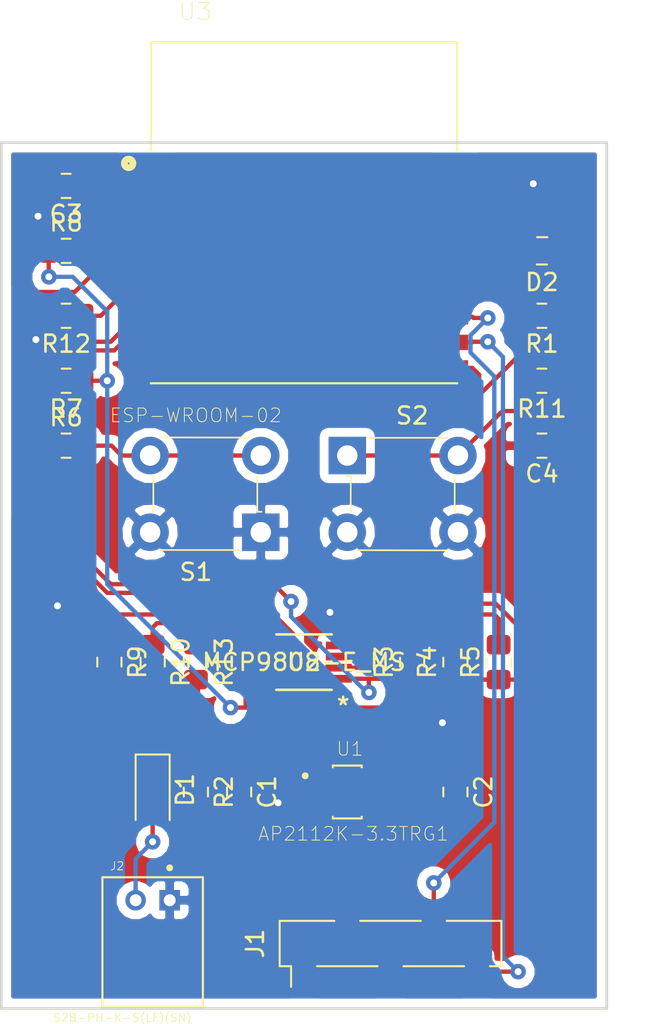
<source format=kicad_pcb>
(kicad_pcb (version 20171130) (host pcbnew "(5.0.2)-1")

  (general
    (thickness 1.6)
    (drawings 4)
    (tracks 235)
    (zones 0)
    (modules 26)
    (nets 25)
  )

  (page A4)
  (layers
    (0 F.Cu signal)
    (31 B.Cu signal)
    (32 B.Adhes user hide)
    (33 F.Adhes user hide)
    (34 B.Paste user hide)
    (35 F.Paste user)
    (36 B.SilkS user hide)
    (37 F.SilkS user)
    (38 B.Mask user hide)
    (39 F.Mask user hide)
    (40 Dwgs.User user hide)
    (41 Cmts.User user hide)
    (42 Eco1.User user hide)
    (43 Eco2.User user hide)
    (44 Edge.Cuts user)
    (45 Margin user hide)
    (46 B.CrtYd user hide)
    (47 F.CrtYd user)
    (48 B.Fab user hide)
    (49 F.Fab user)
  )

  (setup
    (last_trace_width 0.254)
    (trace_clearance 0.254)
    (zone_clearance 0.508)
    (zone_45_only no)
    (trace_min 0.1524)
    (segment_width 0.2)
    (edge_width 0.15)
    (via_size 0.9144)
    (via_drill 0.4064)
    (via_min_size 0.7112)
    (via_min_drill 0.4064)
    (uvia_size 0.9144)
    (uvia_drill 0.4064)
    (uvias_allowed no)
    (uvia_min_size 0.2)
    (uvia_min_drill 0.1)
    (pcb_text_width 0.3)
    (pcb_text_size 1.5 1.5)
    (mod_edge_width 0.15)
    (mod_text_size 1 1)
    (mod_text_width 0.15)
    (pad_size 1.524 1.524)
    (pad_drill 0.762)
    (pad_to_mask_clearance 0.051)
    (solder_mask_min_width 0.25)
    (aux_axis_origin 101.6 76.2)
    (visible_elements 7FFFFFFF)
    (pcbplotparams
      (layerselection 0x01000_ffffffff)
      (usegerberextensions false)
      (usegerberattributes false)
      (usegerberadvancedattributes false)
      (creategerberjobfile false)
      (excludeedgelayer true)
      (linewidth 0.100000)
      (plotframeref false)
      (viasonmask false)
      (mode 1)
      (useauxorigin false)
      (hpglpennumber 1)
      (hpglpenspeed 20)
      (hpglpendiameter 15.000000)
      (psnegative false)
      (psa4output false)
      (plotreference false)
      (plotvalue false)
      (plotinvisibletext false)
      (padsonsilk false)
      (subtractmaskfromsilk false)
      (outputformat 1)
      (mirror false)
      (drillshape 0)
      (scaleselection 1)
      (outputdirectory "gerbers/"))
  )

  (net 0 "")
  (net 1 GND)
  (net 2 +3V3)
  (net 3 ALERT)
  (net 4 VIN)
  (net 5 SDA)
  (net 6 SCL)
  (net 7 "Net-(D1-Pad2)")
  (net 8 IO5)
  (net 9 "Net-(D2-Pad1)")
  (net 10 TXD)
  (net 11 RXD)
  (net 12 "Net-(R2-Pad2)")
  (net 13 "Net-(U3-Pad4)")
  (net 14 "Net-(U3-Pad5)")
  (net 15 "Net-(U3-Pad16)")
  (net 16 "Net-(U3-Pad17)")
  (net 17 "Net-(C4-Pad1)")
  (net 18 "Net-(R6-Pad1)")
  (net 19 "Net-(R6-Pad2)")
  (net 20 "Net-(R8-Pad2)")
  (net 21 "Net-(R9-Pad1)")
  (net 22 "Net-(R10-Pad1)")
  (net 23 "Net-(R12-Pad1)")
  (net 24 "Net-(R13-Pad1)")

  (net_class Default "This is the default net class."
    (clearance 0.254)
    (trace_width 0.254)
    (via_dia 0.9144)
    (via_drill 0.4064)
    (uvia_dia 0.9144)
    (uvia_drill 0.4064)
    (diff_pair_gap 0.254)
    (diff_pair_width 0.254)
    (add_net +3V3)
    (add_net ALERT)
    (add_net GND)
    (add_net IO5)
    (add_net "Net-(C4-Pad1)")
    (add_net "Net-(D1-Pad2)")
    (add_net "Net-(D2-Pad1)")
    (add_net "Net-(R10-Pad1)")
    (add_net "Net-(R12-Pad1)")
    (add_net "Net-(R13-Pad1)")
    (add_net "Net-(R2-Pad2)")
    (add_net "Net-(R6-Pad1)")
    (add_net "Net-(R6-Pad2)")
    (add_net "Net-(R8-Pad2)")
    (add_net "Net-(R9-Pad1)")
    (add_net "Net-(U3-Pad16)")
    (add_net "Net-(U3-Pad17)")
    (add_net "Net-(U3-Pad4)")
    (add_net "Net-(U3-Pad5)")
    (add_net RXD)
    (add_net SCL)
    (add_net SDA)
    (add_net TXD)
    (add_net VIN)
  )

  (module Capacitor_SMD:C_0805_2012Metric_Pad1.15x1.40mm_HandSolder (layer F.Cu) (tedit 5B36C52B) (tstamp 5C691FD2)
    (at 115.57 114.3 270)
    (descr "Capacitor SMD 0805 (2012 Metric), square (rectangular) end terminal, IPC_7351 nominal with elongated pad for handsoldering. (Body size source: https://docs.google.com/spreadsheets/d/1BsfQQcO9C6DZCsRaXUlFlo91Tg2WpOkGARC1WS5S8t0/edit?usp=sharing), generated with kicad-footprint-generator")
    (tags "capacitor handsolder")
    (path /5C58B902)
    (attr smd)
    (fp_text reference C1 (at 0 -1.65 270) (layer F.SilkS)
      (effects (font (size 1 1) (thickness 0.15)))
    )
    (fp_text value 1uF (at 0 1.65 270) (layer F.Fab)
      (effects (font (size 1 1) (thickness 0.15)))
    )
    (fp_text user %R (at 0 0 270) (layer F.Fab)
      (effects (font (size 0.5 0.5) (thickness 0.08)))
    )
    (fp_line (start 1.85 0.95) (end -1.85 0.95) (layer F.CrtYd) (width 0.05))
    (fp_line (start 1.85 -0.95) (end 1.85 0.95) (layer F.CrtYd) (width 0.05))
    (fp_line (start -1.85 -0.95) (end 1.85 -0.95) (layer F.CrtYd) (width 0.05))
    (fp_line (start -1.85 0.95) (end -1.85 -0.95) (layer F.CrtYd) (width 0.05))
    (fp_line (start -0.261252 0.71) (end 0.261252 0.71) (layer F.SilkS) (width 0.12))
    (fp_line (start -0.261252 -0.71) (end 0.261252 -0.71) (layer F.SilkS) (width 0.12))
    (fp_line (start 1 0.6) (end -1 0.6) (layer F.Fab) (width 0.1))
    (fp_line (start 1 -0.6) (end 1 0.6) (layer F.Fab) (width 0.1))
    (fp_line (start -1 -0.6) (end 1 -0.6) (layer F.Fab) (width 0.1))
    (fp_line (start -1 0.6) (end -1 -0.6) (layer F.Fab) (width 0.1))
    (pad 2 smd roundrect (at 1.025 0 270) (size 1.15 1.4) (layers F.Cu F.Paste F.Mask) (roundrect_rratio 0.217391)
      (net 1 GND))
    (pad 1 smd roundrect (at -1.025 0 270) (size 1.15 1.4) (layers F.Cu F.Paste F.Mask) (roundrect_rratio 0.217391)
      (net 4 VIN))
    (model ${KISYS3DMOD}/Capacitor_SMD.3dshapes/C_0805_2012Metric.wrl
      (at (xyz 0 0 0))
      (scale (xyz 1 1 1))
      (rotate (xyz 0 0 0))
    )
  )

  (module Capacitor_SMD:C_0805_2012Metric_Pad1.15x1.40mm_HandSolder (layer F.Cu) (tedit 5B36C52B) (tstamp 5C691FA2)
    (at 128.27 114.3 270)
    (descr "Capacitor SMD 0805 (2012 Metric), square (rectangular) end terminal, IPC_7351 nominal with elongated pad for handsoldering. (Body size source: https://docs.google.com/spreadsheets/d/1BsfQQcO9C6DZCsRaXUlFlo91Tg2WpOkGARC1WS5S8t0/edit?usp=sharing), generated with kicad-footprint-generator")
    (tags "capacitor handsolder")
    (path /5C58BAF2)
    (attr smd)
    (fp_text reference C2 (at 0 -1.65 270) (layer F.SilkS)
      (effects (font (size 1 1) (thickness 0.15)))
    )
    (fp_text value 2.2uF (at 0 1.65 270) (layer F.Fab)
      (effects (font (size 1 1) (thickness 0.15)))
    )
    (fp_line (start -1 0.6) (end -1 -0.6) (layer F.Fab) (width 0.1))
    (fp_line (start -1 -0.6) (end 1 -0.6) (layer F.Fab) (width 0.1))
    (fp_line (start 1 -0.6) (end 1 0.6) (layer F.Fab) (width 0.1))
    (fp_line (start 1 0.6) (end -1 0.6) (layer F.Fab) (width 0.1))
    (fp_line (start -0.261252 -0.71) (end 0.261252 -0.71) (layer F.SilkS) (width 0.12))
    (fp_line (start -0.261252 0.71) (end 0.261252 0.71) (layer F.SilkS) (width 0.12))
    (fp_line (start -1.85 0.95) (end -1.85 -0.95) (layer F.CrtYd) (width 0.05))
    (fp_line (start -1.85 -0.95) (end 1.85 -0.95) (layer F.CrtYd) (width 0.05))
    (fp_line (start 1.85 -0.95) (end 1.85 0.95) (layer F.CrtYd) (width 0.05))
    (fp_line (start 1.85 0.95) (end -1.85 0.95) (layer F.CrtYd) (width 0.05))
    (fp_text user %R (at 0 0 270) (layer F.Fab)
      (effects (font (size 0.5 0.5) (thickness 0.08)))
    )
    (pad 1 smd roundrect (at -1.025 0 270) (size 1.15 1.4) (layers F.Cu F.Paste F.Mask) (roundrect_rratio 0.217391)
      (net 2 +3V3))
    (pad 2 smd roundrect (at 1.025 0 270) (size 1.15 1.4) (layers F.Cu F.Paste F.Mask) (roundrect_rratio 0.217391)
      (net 1 GND))
    (model ${KISYS3DMOD}/Capacitor_SMD.3dshapes/C_0805_2012Metric.wrl
      (at (xyz 0 0 0))
      (scale (xyz 1 1 1))
      (rotate (xyz 0 0 0))
    )
  )

  (module Capacitor_SMD:C_0805_2012Metric_Pad1.15x1.40mm_HandSolder (layer F.Cu) (tedit 5B36C52B) (tstamp 5C6907AF)
    (at 105.41 78.74 180)
    (descr "Capacitor SMD 0805 (2012 Metric), square (rectangular) end terminal, IPC_7351 nominal with elongated pad for handsoldering. (Body size source: https://docs.google.com/spreadsheets/d/1BsfQQcO9C6DZCsRaXUlFlo91Tg2WpOkGARC1WS5S8t0/edit?usp=sharing), generated with kicad-footprint-generator")
    (tags "capacitor handsolder")
    (path /5C58CA31)
    (attr smd)
    (fp_text reference C3 (at 0 -1.65 180) (layer F.SilkS)
      (effects (font (size 1 1) (thickness 0.15)))
    )
    (fp_text value 0.1uF (at 0 1.65 180) (layer F.Fab)
      (effects (font (size 1 1) (thickness 0.15)))
    )
    (fp_text user %R (at 0 0 180) (layer F.Fab)
      (effects (font (size 0.5 0.5) (thickness 0.08)))
    )
    (fp_line (start 1.85 0.95) (end -1.85 0.95) (layer F.CrtYd) (width 0.05))
    (fp_line (start 1.85 -0.95) (end 1.85 0.95) (layer F.CrtYd) (width 0.05))
    (fp_line (start -1.85 -0.95) (end 1.85 -0.95) (layer F.CrtYd) (width 0.05))
    (fp_line (start -1.85 0.95) (end -1.85 -0.95) (layer F.CrtYd) (width 0.05))
    (fp_line (start -0.261252 0.71) (end 0.261252 0.71) (layer F.SilkS) (width 0.12))
    (fp_line (start -0.261252 -0.71) (end 0.261252 -0.71) (layer F.SilkS) (width 0.12))
    (fp_line (start 1 0.6) (end -1 0.6) (layer F.Fab) (width 0.1))
    (fp_line (start 1 -0.6) (end 1 0.6) (layer F.Fab) (width 0.1))
    (fp_line (start -1 -0.6) (end 1 -0.6) (layer F.Fab) (width 0.1))
    (fp_line (start -1 0.6) (end -1 -0.6) (layer F.Fab) (width 0.1))
    (pad 2 smd roundrect (at 1.025 0 180) (size 1.15 1.4) (layers F.Cu F.Paste F.Mask) (roundrect_rratio 0.217391)
      (net 1 GND))
    (pad 1 smd roundrect (at -1.025 0 180) (size 1.15 1.4) (layers F.Cu F.Paste F.Mask) (roundrect_rratio 0.217391)
      (net 2 +3V3))
    (model ${KISYS3DMOD}/Capacitor_SMD.3dshapes/C_0805_2012Metric.wrl
      (at (xyz 0 0 0))
      (scale (xyz 1 1 1))
      (rotate (xyz 0 0 0))
    )
  )

  (module Capacitor_SMD:C_0805_2012Metric_Pad1.15x1.40mm_HandSolder (layer F.Cu) (tedit 5B36C52B) (tstamp 5C69077F)
    (at 133.35 93.98 180)
    (descr "Capacitor SMD 0805 (2012 Metric), square (rectangular) end terminal, IPC_7351 nominal with elongated pad for handsoldering. (Body size source: https://docs.google.com/spreadsheets/d/1BsfQQcO9C6DZCsRaXUlFlo91Tg2WpOkGARC1WS5S8t0/edit?usp=sharing), generated with kicad-footprint-generator")
    (tags "capacitor handsolder")
    (path /5C59EF8D)
    (attr smd)
    (fp_text reference C4 (at 0 -1.65 180) (layer F.SilkS)
      (effects (font (size 1 1) (thickness 0.15)))
    )
    (fp_text value 0.1uF (at 0 1.65 180) (layer F.Fab)
      (effects (font (size 1 1) (thickness 0.15)))
    )
    (fp_line (start -1 0.6) (end -1 -0.6) (layer F.Fab) (width 0.1))
    (fp_line (start -1 -0.6) (end 1 -0.6) (layer F.Fab) (width 0.1))
    (fp_line (start 1 -0.6) (end 1 0.6) (layer F.Fab) (width 0.1))
    (fp_line (start 1 0.6) (end -1 0.6) (layer F.Fab) (width 0.1))
    (fp_line (start -0.261252 -0.71) (end 0.261252 -0.71) (layer F.SilkS) (width 0.12))
    (fp_line (start -0.261252 0.71) (end 0.261252 0.71) (layer F.SilkS) (width 0.12))
    (fp_line (start -1.85 0.95) (end -1.85 -0.95) (layer F.CrtYd) (width 0.05))
    (fp_line (start -1.85 -0.95) (end 1.85 -0.95) (layer F.CrtYd) (width 0.05))
    (fp_line (start 1.85 -0.95) (end 1.85 0.95) (layer F.CrtYd) (width 0.05))
    (fp_line (start 1.85 0.95) (end -1.85 0.95) (layer F.CrtYd) (width 0.05))
    (fp_text user %R (at 0 0 180) (layer F.Fab)
      (effects (font (size 0.5 0.5) (thickness 0.08)))
    )
    (pad 1 smd roundrect (at -1.025 0 180) (size 1.15 1.4) (layers F.Cu F.Paste F.Mask) (roundrect_rratio 0.217391)
      (net 17 "Net-(C4-Pad1)"))
    (pad 2 smd roundrect (at 1.025 0 180) (size 1.15 1.4) (layers F.Cu F.Paste F.Mask) (roundrect_rratio 0.217391)
      (net 1 GND))
    (model ${KISYS3DMOD}/Capacitor_SMD.3dshapes/C_0805_2012Metric.wrl
      (at (xyz 0 0 0))
      (scale (xyz 1 1 1))
      (rotate (xyz 0 0 0))
    )
  )

  (module Diode_SMD:D_SOD-123F (layer F.Cu) (tedit 587F7769) (tstamp 5C691ED2)
    (at 110.49 114.3 270)
    (descr D_SOD-123F)
    (tags D_SOD-123F)
    (path /5C58B2DF)
    (attr smd)
    (fp_text reference D1 (at -0.127 -1.905 270) (layer F.SilkS)
      (effects (font (size 1 1) (thickness 0.15)))
    )
    (fp_text value D_Schottky (at 0 2.1 270) (layer F.Fab)
      (effects (font (size 1 1) (thickness 0.15)))
    )
    (fp_text user %R (at -0.127 -1.905 270) (layer F.Fab)
      (effects (font (size 1 1) (thickness 0.15)))
    )
    (fp_line (start -2.2 -1) (end -2.2 1) (layer F.SilkS) (width 0.12))
    (fp_line (start 0.25 0) (end 0.75 0) (layer F.Fab) (width 0.1))
    (fp_line (start 0.25 0.4) (end -0.35 0) (layer F.Fab) (width 0.1))
    (fp_line (start 0.25 -0.4) (end 0.25 0.4) (layer F.Fab) (width 0.1))
    (fp_line (start -0.35 0) (end 0.25 -0.4) (layer F.Fab) (width 0.1))
    (fp_line (start -0.35 0) (end -0.35 0.55) (layer F.Fab) (width 0.1))
    (fp_line (start -0.35 0) (end -0.35 -0.55) (layer F.Fab) (width 0.1))
    (fp_line (start -0.75 0) (end -0.35 0) (layer F.Fab) (width 0.1))
    (fp_line (start -1.4 0.9) (end -1.4 -0.9) (layer F.Fab) (width 0.1))
    (fp_line (start 1.4 0.9) (end -1.4 0.9) (layer F.Fab) (width 0.1))
    (fp_line (start 1.4 -0.9) (end 1.4 0.9) (layer F.Fab) (width 0.1))
    (fp_line (start -1.4 -0.9) (end 1.4 -0.9) (layer F.Fab) (width 0.1))
    (fp_line (start -2.2 -1.15) (end 2.2 -1.15) (layer F.CrtYd) (width 0.05))
    (fp_line (start 2.2 -1.15) (end 2.2 1.15) (layer F.CrtYd) (width 0.05))
    (fp_line (start 2.2 1.15) (end -2.2 1.15) (layer F.CrtYd) (width 0.05))
    (fp_line (start -2.2 -1.15) (end -2.2 1.15) (layer F.CrtYd) (width 0.05))
    (fp_line (start -2.2 1) (end 1.65 1) (layer F.SilkS) (width 0.12))
    (fp_line (start -2.2 -1) (end 1.65 -1) (layer F.SilkS) (width 0.12))
    (pad 1 smd rect (at -1.4 0 270) (size 1.1 1.1) (layers F.Cu F.Paste F.Mask)
      (net 4 VIN))
    (pad 2 smd rect (at 1.4 0 270) (size 1.1 1.1) (layers F.Cu F.Paste F.Mask)
      (net 7 "Net-(D1-Pad2)"))
    (model ${KISYS3DMOD}/Diode_SMD.3dshapes/D_SOD-123F.wrl
      (at (xyz 0 0 0))
      (scale (xyz 1 1 1))
      (rotate (xyz 0 0 0))
    )
  )

  (module digikey-footprints:0805 (layer F.Cu) (tedit 5995D0E3) (tstamp 5C690619)
    (at 133.35 82.55 180)
    (path /5C5902D2)
    (fp_text reference D2 (at 0 -1.84 180) (layer F.SilkS)
      (effects (font (size 1 1) (thickness 0.15)))
    )
    (fp_text value LTST-C171KRKT (at 0 1.95 180) (layer F.Fab)
      (effects (font (size 1 1) (thickness 0.15)))
    )
    (fp_line (start -1.9 0.93) (end 1.9 0.93) (layer F.CrtYd) (width 0.05))
    (fp_line (start -1.9 -0.93) (end 1.9 -0.93) (layer F.CrtYd) (width 0.05))
    (fp_line (start 1.9 0.93) (end 1.9 -0.93) (layer F.CrtYd) (width 0.05))
    (fp_line (start -1.9 0.93) (end -1.9 -0.93) (layer F.CrtYd) (width 0.05))
    (fp_line (start -0.32 0.8) (end 0.28 0.8) (layer F.SilkS) (width 0.12))
    (fp_line (start -0.3 -0.8) (end 0.3 -0.8) (layer F.SilkS) (width 0.12))
    (fp_line (start -0.95 0.68) (end 0.95 0.68) (layer F.Fab) (width 0.12))
    (fp_line (start -0.95 -0.68) (end 0.95 -0.68) (layer F.Fab) (width 0.12))
    (fp_line (start 0.95 -0.675) (end 0.95 0.675) (layer F.Fab) (width 0.12))
    (fp_line (start -0.95 -0.675) (end -0.95 0.675) (layer F.Fab) (width 0.12))
    (pad 2 smd rect (at 1.05 0 180) (size 1.2 1.2) (layers F.Cu F.Paste F.Mask)
      (net 8 IO5))
    (pad 1 smd rect (at -1.05 0 180) (size 1.2 1.2) (layers F.Cu F.Paste F.Mask)
      (net 9 "Net-(D2-Pad1)"))
  )

  (module "S2B-PH-K-S_LF__SN_:JST_S2B-PH-K-S(LF)(SN)" (layer F.Cu) (tedit 0) (tstamp 5C6919EE)
    (at 110.49 120.65)
    (path /5C58B10F)
    (fp_text reference J2 (at -2.0808 -2.0048) (layer F.SilkS)
      (effects (font (size 0.48 0.48) (thickness 0.05)))
    )
    (fp_text value "S2B-PH-K-S(LF)(SN)" (at -1.776 6.8952) (layer F.SilkS)
      (effects (font (size 0.48 0.48) (thickness 0.05)))
    )
    (fp_line (start -2.95 6.25) (end -2.95 -1.35) (layer Eco2.User) (width 0.127))
    (fp_line (start -2.95 -1.35) (end 2.95 -1.35) (layer Eco2.User) (width 0.127))
    (fp_line (start 2.95 -1.35) (end 2.95 6.25) (layer Eco2.User) (width 0.127))
    (fp_line (start 2.95 6.25) (end -2.95 6.25) (layer Eco2.User) (width 0.127))
    (fp_line (start -2.95 -1.35) (end 2.95 -1.35) (layer F.SilkS) (width 0.127))
    (fp_line (start 2.95 -1.35) (end 2.95 6.25) (layer F.SilkS) (width 0.127))
    (fp_line (start -2.95 6.25) (end -2.95 -1.35) (layer F.SilkS) (width 0.127))
    (fp_circle (center 1 -1.9) (end 1.1 -1.9) (layer F.SilkS) (width 0.2))
    (fp_circle (center 1 -1.9) (end 1.1 -1.9) (layer Eco2.User) (width 0.2))
    (fp_line (start -3.2 6.5) (end -3.2 -1.6) (layer Eco1.User) (width 0.05))
    (fp_line (start -3.2 -1.6) (end 3.2 -1.6) (layer Eco1.User) (width 0.05))
    (fp_line (start 3.2 -1.6) (end 3.2 6.5) (layer Eco1.User) (width 0.05))
    (fp_line (start 3.2 6.5) (end -3.2 6.5) (layer Eco1.User) (width 0.05))
    (fp_line (start 2.95 6.25) (end -2.95 6.25) (layer F.SilkS) (width 0.127))
    (pad 1 thru_hole rect (at 1 0) (size 1.208 1.208) (drill 0.7) (layers *.Cu *.Mask)
      (net 1 GND))
    (pad 2 thru_hole circle (at -1 0) (size 1.208 1.208) (drill 0.7) (layers *.Cu *.Mask)
      (net 7 "Net-(D1-Pad2)"))
  )

  (module Resistor_SMD:R_0805_2012Metric_Pad1.15x1.40mm_HandSolder (layer F.Cu) (tedit 5B36C52B) (tstamp 5C69071F)
    (at 133.35 86.36 180)
    (descr "Resistor SMD 0805 (2012 Metric), square (rectangular) end terminal, IPC_7351 nominal with elongated pad for handsoldering. (Body size source: https://docs.google.com/spreadsheets/d/1BsfQQcO9C6DZCsRaXUlFlo91Tg2WpOkGARC1WS5S8t0/edit?usp=sharing), generated with kicad-footprint-generator")
    (tags "resistor handsolder")
    (path /5C5B689C)
    (attr smd)
    (fp_text reference R1 (at 0 -1.65 180) (layer F.SilkS)
      (effects (font (size 1 1) (thickness 0.15)))
    )
    (fp_text value 220 (at 0 1.65 180) (layer F.Fab)
      (effects (font (size 1 1) (thickness 0.15)))
    )
    (fp_line (start -1 0.6) (end -1 -0.6) (layer F.Fab) (width 0.1))
    (fp_line (start -1 -0.6) (end 1 -0.6) (layer F.Fab) (width 0.1))
    (fp_line (start 1 -0.6) (end 1 0.6) (layer F.Fab) (width 0.1))
    (fp_line (start 1 0.6) (end -1 0.6) (layer F.Fab) (width 0.1))
    (fp_line (start -0.261252 -0.71) (end 0.261252 -0.71) (layer F.SilkS) (width 0.12))
    (fp_line (start -0.261252 0.71) (end 0.261252 0.71) (layer F.SilkS) (width 0.12))
    (fp_line (start -1.85 0.95) (end -1.85 -0.95) (layer F.CrtYd) (width 0.05))
    (fp_line (start -1.85 -0.95) (end 1.85 -0.95) (layer F.CrtYd) (width 0.05))
    (fp_line (start 1.85 -0.95) (end 1.85 0.95) (layer F.CrtYd) (width 0.05))
    (fp_line (start 1.85 0.95) (end -1.85 0.95) (layer F.CrtYd) (width 0.05))
    (fp_text user %R (at 0 0 180) (layer F.Fab)
      (effects (font (size 0.5 0.5) (thickness 0.08)))
    )
    (pad 1 smd roundrect (at -1.025 0 180) (size 1.15 1.4) (layers F.Cu F.Paste F.Mask) (roundrect_rratio 0.217391)
      (net 2 +3V3))
    (pad 2 smd roundrect (at 1.025 0 180) (size 1.15 1.4) (layers F.Cu F.Paste F.Mask) (roundrect_rratio 0.217391)
      (net 9 "Net-(D2-Pad1)"))
    (model ${KISYS3DMOD}/Resistor_SMD.3dshapes/R_0805_2012Metric.wrl
      (at (xyz 0 0 0))
      (scale (xyz 1 1 1))
      (rotate (xyz 0 0 0))
    )
  )

  (module Resistor_SMD:R_0805_2012Metric_Pad1.15x1.40mm_HandSolder (layer F.Cu) (tedit 5B36C52B) (tstamp 5C691F72)
    (at 113.03 114.3 270)
    (descr "Resistor SMD 0805 (2012 Metric), square (rectangular) end terminal, IPC_7351 nominal with elongated pad for handsoldering. (Body size source: https://docs.google.com/spreadsheets/d/1BsfQQcO9C6DZCsRaXUlFlo91Tg2WpOkGARC1WS5S8t0/edit?usp=sharing), generated with kicad-footprint-generator")
    (tags "resistor handsolder")
    (path /5C58B88C)
    (attr smd)
    (fp_text reference R2 (at 0 -1.65 270) (layer F.SilkS)
      (effects (font (size 1 1) (thickness 0.15)))
    )
    (fp_text value 10k (at 0 1.65 270) (layer F.Fab)
      (effects (font (size 1 1) (thickness 0.15)))
    )
    (fp_line (start -1 0.6) (end -1 -0.6) (layer F.Fab) (width 0.1))
    (fp_line (start -1 -0.6) (end 1 -0.6) (layer F.Fab) (width 0.1))
    (fp_line (start 1 -0.6) (end 1 0.6) (layer F.Fab) (width 0.1))
    (fp_line (start 1 0.6) (end -1 0.6) (layer F.Fab) (width 0.1))
    (fp_line (start -0.261252 -0.71) (end 0.261252 -0.71) (layer F.SilkS) (width 0.12))
    (fp_line (start -0.261252 0.71) (end 0.261252 0.71) (layer F.SilkS) (width 0.12))
    (fp_line (start -1.85 0.95) (end -1.85 -0.95) (layer F.CrtYd) (width 0.05))
    (fp_line (start -1.85 -0.95) (end 1.85 -0.95) (layer F.CrtYd) (width 0.05))
    (fp_line (start 1.85 -0.95) (end 1.85 0.95) (layer F.CrtYd) (width 0.05))
    (fp_line (start 1.85 0.95) (end -1.85 0.95) (layer F.CrtYd) (width 0.05))
    (fp_text user %R (at 0 0 270) (layer F.Fab)
      (effects (font (size 0.5 0.5) (thickness 0.08)))
    )
    (pad 1 smd roundrect (at -1.025 0 270) (size 1.15 1.4) (layers F.Cu F.Paste F.Mask) (roundrect_rratio 0.217391)
      (net 4 VIN))
    (pad 2 smd roundrect (at 1.025 0 270) (size 1.15 1.4) (layers F.Cu F.Paste F.Mask) (roundrect_rratio 0.217391)
      (net 12 "Net-(R2-Pad2)"))
    (model ${KISYS3DMOD}/Resistor_SMD.3dshapes/R_0805_2012Metric.wrl
      (at (xyz 0 0 0))
      (scale (xyz 1 1 1))
      (rotate (xyz 0 0 0))
    )
  )

  (module Resistor_SMD:R_0805_2012Metric_Pad1.15x1.40mm_HandSolder (layer F.Cu) (tedit 5B36C52B) (tstamp 5C69074F)
    (at 125.73 106.68 90)
    (descr "Resistor SMD 0805 (2012 Metric), square (rectangular) end terminal, IPC_7351 nominal with elongated pad for handsoldering. (Body size source: https://docs.google.com/spreadsheets/d/1BsfQQcO9C6DZCsRaXUlFlo91Tg2WpOkGARC1WS5S8t0/edit?usp=sharing), generated with kicad-footprint-generator")
    (tags "resistor handsolder")
    (path /5C58E4E0)
    (attr smd)
    (fp_text reference R3 (at 0 -1.65 90) (layer F.SilkS)
      (effects (font (size 1 1) (thickness 0.15)))
    )
    (fp_text value 4.7k (at 0 1.65 90) (layer F.Fab)
      (effects (font (size 1 1) (thickness 0.15)))
    )
    (fp_text user %R (at 0 0 90) (layer F.Fab)
      (effects (font (size 0.5 0.5) (thickness 0.08)))
    )
    (fp_line (start 1.85 0.95) (end -1.85 0.95) (layer F.CrtYd) (width 0.05))
    (fp_line (start 1.85 -0.95) (end 1.85 0.95) (layer F.CrtYd) (width 0.05))
    (fp_line (start -1.85 -0.95) (end 1.85 -0.95) (layer F.CrtYd) (width 0.05))
    (fp_line (start -1.85 0.95) (end -1.85 -0.95) (layer F.CrtYd) (width 0.05))
    (fp_line (start -0.261252 0.71) (end 0.261252 0.71) (layer F.SilkS) (width 0.12))
    (fp_line (start -0.261252 -0.71) (end 0.261252 -0.71) (layer F.SilkS) (width 0.12))
    (fp_line (start 1 0.6) (end -1 0.6) (layer F.Fab) (width 0.1))
    (fp_line (start 1 -0.6) (end 1 0.6) (layer F.Fab) (width 0.1))
    (fp_line (start -1 -0.6) (end 1 -0.6) (layer F.Fab) (width 0.1))
    (fp_line (start -1 0.6) (end -1 -0.6) (layer F.Fab) (width 0.1))
    (pad 2 smd roundrect (at 1.025 0 90) (size 1.15 1.4) (layers F.Cu F.Paste F.Mask) (roundrect_rratio 0.217391)
      (net 5 SDA))
    (pad 1 smd roundrect (at -1.025 0 90) (size 1.15 1.4) (layers F.Cu F.Paste F.Mask) (roundrect_rratio 0.217391)
      (net 2 +3V3))
    (model ${KISYS3DMOD}/Resistor_SMD.3dshapes/R_0805_2012Metric.wrl
      (at (xyz 0 0 0))
      (scale (xyz 1 1 1))
      (rotate (xyz 0 0 0))
    )
  )

  (module Resistor_SMD:R_0805_2012Metric_Pad1.15x1.40mm_HandSolder (layer F.Cu) (tedit 5B36C52B) (tstamp 5C69068F)
    (at 128.27 106.68 90)
    (descr "Resistor SMD 0805 (2012 Metric), square (rectangular) end terminal, IPC_7351 nominal with elongated pad for handsoldering. (Body size source: https://docs.google.com/spreadsheets/d/1BsfQQcO9C6DZCsRaXUlFlo91Tg2WpOkGARC1WS5S8t0/edit?usp=sharing), generated with kicad-footprint-generator")
    (tags "resistor handsolder")
    (path /5C58E467)
    (attr smd)
    (fp_text reference R4 (at 0 -1.65 90) (layer F.SilkS)
      (effects (font (size 1 1) (thickness 0.15)))
    )
    (fp_text value 4.7k (at 0 1.65 90) (layer F.Fab)
      (effects (font (size 1 1) (thickness 0.15)))
    )
    (fp_line (start -1 0.6) (end -1 -0.6) (layer F.Fab) (width 0.1))
    (fp_line (start -1 -0.6) (end 1 -0.6) (layer F.Fab) (width 0.1))
    (fp_line (start 1 -0.6) (end 1 0.6) (layer F.Fab) (width 0.1))
    (fp_line (start 1 0.6) (end -1 0.6) (layer F.Fab) (width 0.1))
    (fp_line (start -0.261252 -0.71) (end 0.261252 -0.71) (layer F.SilkS) (width 0.12))
    (fp_line (start -0.261252 0.71) (end 0.261252 0.71) (layer F.SilkS) (width 0.12))
    (fp_line (start -1.85 0.95) (end -1.85 -0.95) (layer F.CrtYd) (width 0.05))
    (fp_line (start -1.85 -0.95) (end 1.85 -0.95) (layer F.CrtYd) (width 0.05))
    (fp_line (start 1.85 -0.95) (end 1.85 0.95) (layer F.CrtYd) (width 0.05))
    (fp_line (start 1.85 0.95) (end -1.85 0.95) (layer F.CrtYd) (width 0.05))
    (fp_text user %R (at 0 0 90) (layer F.Fab)
      (effects (font (size 0.5 0.5) (thickness 0.08)))
    )
    (pad 1 smd roundrect (at -1.025 0 90) (size 1.15 1.4) (layers F.Cu F.Paste F.Mask) (roundrect_rratio 0.217391)
      (net 2 +3V3))
    (pad 2 smd roundrect (at 1.025 0 90) (size 1.15 1.4) (layers F.Cu F.Paste F.Mask) (roundrect_rratio 0.217391)
      (net 6 SCL))
    (model ${KISYS3DMOD}/Resistor_SMD.3dshapes/R_0805_2012Metric.wrl
      (at (xyz 0 0 0))
      (scale (xyz 1 1 1))
      (rotate (xyz 0 0 0))
    )
  )

  (module Resistor_SMD:R_0805_2012Metric_Pad1.15x1.40mm_HandSolder (layer F.Cu) (tedit 5B36C52B) (tstamp 5C690539)
    (at 130.81 106.68 90)
    (descr "Resistor SMD 0805 (2012 Metric), square (rectangular) end terminal, IPC_7351 nominal with elongated pad for handsoldering. (Body size source: https://docs.google.com/spreadsheets/d/1BsfQQcO9C6DZCsRaXUlFlo91Tg2WpOkGARC1WS5S8t0/edit?usp=sharing), generated with kicad-footprint-generator")
    (tags "resistor handsolder")
    (path /5C5DDA82)
    (attr smd)
    (fp_text reference R5 (at 0 -1.65 90) (layer F.SilkS)
      (effects (font (size 1 1) (thickness 0.15)))
    )
    (fp_text value 10k (at 0 1.65 90) (layer F.Fab)
      (effects (font (size 1 1) (thickness 0.15)))
    )
    (fp_text user %R (at 0 0 90) (layer F.Fab)
      (effects (font (size 0.5 0.5) (thickness 0.08)))
    )
    (fp_line (start 1.85 0.95) (end -1.85 0.95) (layer F.CrtYd) (width 0.05))
    (fp_line (start 1.85 -0.95) (end 1.85 0.95) (layer F.CrtYd) (width 0.05))
    (fp_line (start -1.85 -0.95) (end 1.85 -0.95) (layer F.CrtYd) (width 0.05))
    (fp_line (start -1.85 0.95) (end -1.85 -0.95) (layer F.CrtYd) (width 0.05))
    (fp_line (start -0.261252 0.71) (end 0.261252 0.71) (layer F.SilkS) (width 0.12))
    (fp_line (start -0.261252 -0.71) (end 0.261252 -0.71) (layer F.SilkS) (width 0.12))
    (fp_line (start 1 0.6) (end -1 0.6) (layer F.Fab) (width 0.1))
    (fp_line (start 1 -0.6) (end 1 0.6) (layer F.Fab) (width 0.1))
    (fp_line (start -1 -0.6) (end 1 -0.6) (layer F.Fab) (width 0.1))
    (fp_line (start -1 0.6) (end -1 -0.6) (layer F.Fab) (width 0.1))
    (pad 2 smd roundrect (at 1.025 0 90) (size 1.15 1.4) (layers F.Cu F.Paste F.Mask) (roundrect_rratio 0.217391)
      (net 3 ALERT))
    (pad 1 smd roundrect (at -1.025 0 90) (size 1.15 1.4) (layers F.Cu F.Paste F.Mask) (roundrect_rratio 0.217391)
      (net 2 +3V3))
    (model ${KISYS3DMOD}/Resistor_SMD.3dshapes/R_0805_2012Metric.wrl
      (at (xyz 0 0 0))
      (scale (xyz 1 1 1))
      (rotate (xyz 0 0 0))
    )
  )

  (module Resistor_SMD:R_0805_2012Metric_Pad1.15x1.40mm_HandSolder (layer F.Cu) (tedit 5B36C52B) (tstamp 5C690509)
    (at 105.41 93.98)
    (descr "Resistor SMD 0805 (2012 Metric), square (rectangular) end terminal, IPC_7351 nominal with elongated pad for handsoldering. (Body size source: https://docs.google.com/spreadsheets/d/1BsfQQcO9C6DZCsRaXUlFlo91Tg2WpOkGARC1WS5S8t0/edit?usp=sharing), generated with kicad-footprint-generator")
    (tags "resistor handsolder")
    (path /5C59122E)
    (attr smd)
    (fp_text reference R6 (at 0 -1.65) (layer F.SilkS)
      (effects (font (size 1 1) (thickness 0.15)))
    )
    (fp_text value 1k (at 0 1.65) (layer F.Fab)
      (effects (font (size 1 1) (thickness 0.15)))
    )
    (fp_line (start -1 0.6) (end -1 -0.6) (layer F.Fab) (width 0.1))
    (fp_line (start -1 -0.6) (end 1 -0.6) (layer F.Fab) (width 0.1))
    (fp_line (start 1 -0.6) (end 1 0.6) (layer F.Fab) (width 0.1))
    (fp_line (start 1 0.6) (end -1 0.6) (layer F.Fab) (width 0.1))
    (fp_line (start -0.261252 -0.71) (end 0.261252 -0.71) (layer F.SilkS) (width 0.12))
    (fp_line (start -0.261252 0.71) (end 0.261252 0.71) (layer F.SilkS) (width 0.12))
    (fp_line (start -1.85 0.95) (end -1.85 -0.95) (layer F.CrtYd) (width 0.05))
    (fp_line (start -1.85 -0.95) (end 1.85 -0.95) (layer F.CrtYd) (width 0.05))
    (fp_line (start 1.85 -0.95) (end 1.85 0.95) (layer F.CrtYd) (width 0.05))
    (fp_line (start 1.85 0.95) (end -1.85 0.95) (layer F.CrtYd) (width 0.05))
    (fp_text user %R (at 0 0) (layer F.Fab)
      (effects (font (size 0.5 0.5) (thickness 0.08)))
    )
    (pad 1 smd roundrect (at -1.025 0) (size 1.15 1.4) (layers F.Cu F.Paste F.Mask) (roundrect_rratio 0.217391)
      (net 18 "Net-(R6-Pad1)"))
    (pad 2 smd roundrect (at 1.025 0) (size 1.15 1.4) (layers F.Cu F.Paste F.Mask) (roundrect_rratio 0.217391)
      (net 19 "Net-(R6-Pad2)"))
    (model ${KISYS3DMOD}/Resistor_SMD.3dshapes/R_0805_2012Metric.wrl
      (at (xyz 0 0 0))
      (scale (xyz 1 1 1))
      (rotate (xyz 0 0 0))
    )
  )

  (module Resistor_SMD:R_0805_2012Metric_Pad1.15x1.40mm_HandSolder (layer F.Cu) (tedit 5B36C52B) (tstamp 5C6904D9)
    (at 105.41 90.17 180)
    (descr "Resistor SMD 0805 (2012 Metric), square (rectangular) end terminal, IPC_7351 nominal with elongated pad for handsoldering. (Body size source: https://docs.google.com/spreadsheets/d/1BsfQQcO9C6DZCsRaXUlFlo91Tg2WpOkGARC1WS5S8t0/edit?usp=sharing), generated with kicad-footprint-generator")
    (tags "resistor handsolder")
    (path /5C5913AE)
    (attr smd)
    (fp_text reference R7 (at 0 -1.65 180) (layer F.SilkS)
      (effects (font (size 1 1) (thickness 0.15)))
    )
    (fp_text value 10k (at 0 1.65 180) (layer F.Fab)
      (effects (font (size 1 1) (thickness 0.15)))
    )
    (fp_line (start -1 0.6) (end -1 -0.6) (layer F.Fab) (width 0.1))
    (fp_line (start -1 -0.6) (end 1 -0.6) (layer F.Fab) (width 0.1))
    (fp_line (start 1 -0.6) (end 1 0.6) (layer F.Fab) (width 0.1))
    (fp_line (start 1 0.6) (end -1 0.6) (layer F.Fab) (width 0.1))
    (fp_line (start -0.261252 -0.71) (end 0.261252 -0.71) (layer F.SilkS) (width 0.12))
    (fp_line (start -0.261252 0.71) (end 0.261252 0.71) (layer F.SilkS) (width 0.12))
    (fp_line (start -1.85 0.95) (end -1.85 -0.95) (layer F.CrtYd) (width 0.05))
    (fp_line (start -1.85 -0.95) (end 1.85 -0.95) (layer F.CrtYd) (width 0.05))
    (fp_line (start 1.85 -0.95) (end 1.85 0.95) (layer F.CrtYd) (width 0.05))
    (fp_line (start 1.85 0.95) (end -1.85 0.95) (layer F.CrtYd) (width 0.05))
    (fp_text user %R (at 0 0 180) (layer F.Fab)
      (effects (font (size 0.5 0.5) (thickness 0.08)))
    )
    (pad 1 smd roundrect (at -1.025 0 180) (size 1.15 1.4) (layers F.Cu F.Paste F.Mask) (roundrect_rratio 0.217391)
      (net 2 +3V3))
    (pad 2 smd roundrect (at 1.025 0 180) (size 1.15 1.4) (layers F.Cu F.Paste F.Mask) (roundrect_rratio 0.217391)
      (net 18 "Net-(R6-Pad1)"))
    (model ${KISYS3DMOD}/Resistor_SMD.3dshapes/R_0805_2012Metric.wrl
      (at (xyz 0 0 0))
      (scale (xyz 1 1 1))
      (rotate (xyz 0 0 0))
    )
  )

  (module Resistor_SMD:R_0805_2012Metric_Pad1.15x1.40mm_HandSolder (layer F.Cu) (tedit 5B36C52B) (tstamp 5C69080F)
    (at 105.41 82.55)
    (descr "Resistor SMD 0805 (2012 Metric), square (rectangular) end terminal, IPC_7351 nominal with elongated pad for handsoldering. (Body size source: https://docs.google.com/spreadsheets/d/1BsfQQcO9C6DZCsRaXUlFlo91Tg2WpOkGARC1WS5S8t0/edit?usp=sharing), generated with kicad-footprint-generator")
    (tags "resistor handsolder")
    (path /5C58D32C)
    (attr smd)
    (fp_text reference R8 (at 0 -1.65) (layer F.SilkS)
      (effects (font (size 1 1) (thickness 0.15)))
    )
    (fp_text value 10k (at 0 1.65) (layer F.Fab)
      (effects (font (size 1 1) (thickness 0.15)))
    )
    (fp_text user %R (at 0 0) (layer F.Fab)
      (effects (font (size 0.5 0.5) (thickness 0.08)))
    )
    (fp_line (start 1.85 0.95) (end -1.85 0.95) (layer F.CrtYd) (width 0.05))
    (fp_line (start 1.85 -0.95) (end 1.85 0.95) (layer F.CrtYd) (width 0.05))
    (fp_line (start -1.85 -0.95) (end 1.85 -0.95) (layer F.CrtYd) (width 0.05))
    (fp_line (start -1.85 0.95) (end -1.85 -0.95) (layer F.CrtYd) (width 0.05))
    (fp_line (start -0.261252 0.71) (end 0.261252 0.71) (layer F.SilkS) (width 0.12))
    (fp_line (start -0.261252 -0.71) (end 0.261252 -0.71) (layer F.SilkS) (width 0.12))
    (fp_line (start 1 0.6) (end -1 0.6) (layer F.Fab) (width 0.1))
    (fp_line (start 1 -0.6) (end 1 0.6) (layer F.Fab) (width 0.1))
    (fp_line (start -1 -0.6) (end 1 -0.6) (layer F.Fab) (width 0.1))
    (fp_line (start -1 0.6) (end -1 -0.6) (layer F.Fab) (width 0.1))
    (pad 2 smd roundrect (at 1.025 0) (size 1.15 1.4) (layers F.Cu F.Paste F.Mask) (roundrect_rratio 0.217391)
      (net 20 "Net-(R8-Pad2)"))
    (pad 1 smd roundrect (at -1.025 0) (size 1.15 1.4) (layers F.Cu F.Paste F.Mask) (roundrect_rratio 0.217391)
      (net 2 +3V3))
    (model ${KISYS3DMOD}/Resistor_SMD.3dshapes/R_0805_2012Metric.wrl
      (at (xyz 0 0 0))
      (scale (xyz 1 1 1))
      (rotate (xyz 0 0 0))
    )
  )

  (module Resistor_SMD:R_0805_2012Metric_Pad1.15x1.40mm_HandSolder (layer F.Cu) (tedit 5B36C52B) (tstamp 5C690902)
    (at 107.95 106.68 270)
    (descr "Resistor SMD 0805 (2012 Metric), square (rectangular) end terminal, IPC_7351 nominal with elongated pad for handsoldering. (Body size source: https://docs.google.com/spreadsheets/d/1BsfQQcO9C6DZCsRaXUlFlo91Tg2WpOkGARC1WS5S8t0/edit?usp=sharing), generated with kicad-footprint-generator")
    (tags "resistor handsolder")
    (path /5C5A4C90)
    (attr smd)
    (fp_text reference R9 (at 0 -1.65 270) (layer F.SilkS)
      (effects (font (size 1 1) (thickness 0.15)))
    )
    (fp_text value 10k (at 0 1.65 270) (layer F.Fab)
      (effects (font (size 1 1) (thickness 0.15)))
    )
    (fp_text user %R (at 0 0 270) (layer F.Fab)
      (effects (font (size 0.5 0.5) (thickness 0.08)))
    )
    (fp_line (start 1.85 0.95) (end -1.85 0.95) (layer F.CrtYd) (width 0.05))
    (fp_line (start 1.85 -0.95) (end 1.85 0.95) (layer F.CrtYd) (width 0.05))
    (fp_line (start -1.85 -0.95) (end 1.85 -0.95) (layer F.CrtYd) (width 0.05))
    (fp_line (start -1.85 0.95) (end -1.85 -0.95) (layer F.CrtYd) (width 0.05))
    (fp_line (start -0.261252 0.71) (end 0.261252 0.71) (layer F.SilkS) (width 0.12))
    (fp_line (start -0.261252 -0.71) (end 0.261252 -0.71) (layer F.SilkS) (width 0.12))
    (fp_line (start 1 0.6) (end -1 0.6) (layer F.Fab) (width 0.1))
    (fp_line (start 1 -0.6) (end 1 0.6) (layer F.Fab) (width 0.1))
    (fp_line (start -1 -0.6) (end 1 -0.6) (layer F.Fab) (width 0.1))
    (fp_line (start -1 0.6) (end -1 -0.6) (layer F.Fab) (width 0.1))
    (pad 2 smd roundrect (at 1.025 0 270) (size 1.15 1.4) (layers F.Cu F.Paste F.Mask) (roundrect_rratio 0.217391)
      (net 1 GND))
    (pad 1 smd roundrect (at -1.025 0 270) (size 1.15 1.4) (layers F.Cu F.Paste F.Mask) (roundrect_rratio 0.217391)
      (net 21 "Net-(R9-Pad1)"))
    (model ${KISYS3DMOD}/Resistor_SMD.3dshapes/R_0805_2012Metric.wrl
      (at (xyz 0 0 0))
      (scale (xyz 1 1 1))
      (rotate (xyz 0 0 0))
    )
  )

  (module Resistor_SMD:R_0805_2012Metric_Pad1.15x1.40mm_HandSolder (layer F.Cu) (tedit 5B36C52B) (tstamp 5C690A70)
    (at 110.49 106.68 270)
    (descr "Resistor SMD 0805 (2012 Metric), square (rectangular) end terminal, IPC_7351 nominal with elongated pad for handsoldering. (Body size source: https://docs.google.com/spreadsheets/d/1BsfQQcO9C6DZCsRaXUlFlo91Tg2WpOkGARC1WS5S8t0/edit?usp=sharing), generated with kicad-footprint-generator")
    (tags "resistor handsolder")
    (path /5C5A4D8C)
    (attr smd)
    (fp_text reference R10 (at 0 -1.65 270) (layer F.SilkS)
      (effects (font (size 1 1) (thickness 0.15)))
    )
    (fp_text value 10k (at 0 1.65 270) (layer F.Fab)
      (effects (font (size 1 1) (thickness 0.15)))
    )
    (fp_line (start -1 0.6) (end -1 -0.6) (layer F.Fab) (width 0.1))
    (fp_line (start -1 -0.6) (end 1 -0.6) (layer F.Fab) (width 0.1))
    (fp_line (start 1 -0.6) (end 1 0.6) (layer F.Fab) (width 0.1))
    (fp_line (start 1 0.6) (end -1 0.6) (layer F.Fab) (width 0.1))
    (fp_line (start -0.261252 -0.71) (end 0.261252 -0.71) (layer F.SilkS) (width 0.12))
    (fp_line (start -0.261252 0.71) (end 0.261252 0.71) (layer F.SilkS) (width 0.12))
    (fp_line (start -1.85 0.95) (end -1.85 -0.95) (layer F.CrtYd) (width 0.05))
    (fp_line (start -1.85 -0.95) (end 1.85 -0.95) (layer F.CrtYd) (width 0.05))
    (fp_line (start 1.85 -0.95) (end 1.85 0.95) (layer F.CrtYd) (width 0.05))
    (fp_line (start 1.85 0.95) (end -1.85 0.95) (layer F.CrtYd) (width 0.05))
    (fp_text user %R (at 0 0 270) (layer F.Fab)
      (effects (font (size 0.5 0.5) (thickness 0.08)))
    )
    (pad 1 smd roundrect (at -1.025 0 270) (size 1.15 1.4) (layers F.Cu F.Paste F.Mask) (roundrect_rratio 0.217391)
      (net 22 "Net-(R10-Pad1)"))
    (pad 2 smd roundrect (at 1.025 0 270) (size 1.15 1.4) (layers F.Cu F.Paste F.Mask) (roundrect_rratio 0.217391)
      (net 1 GND))
    (model ${KISYS3DMOD}/Resistor_SMD.3dshapes/R_0805_2012Metric.wrl
      (at (xyz 0 0 0))
      (scale (xyz 1 1 1))
      (rotate (xyz 0 0 0))
    )
  )

  (module Resistor_SMD:R_0805_2012Metric_Pad1.15x1.40mm_HandSolder (layer F.Cu) (tedit 5B36C52B) (tstamp 5C690AA0)
    (at 133.35 90.17 180)
    (descr "Resistor SMD 0805 (2012 Metric), square (rectangular) end terminal, IPC_7351 nominal with elongated pad for handsoldering. (Body size source: https://docs.google.com/spreadsheets/d/1BsfQQcO9C6DZCsRaXUlFlo91Tg2WpOkGARC1WS5S8t0/edit?usp=sharing), generated with kicad-footprint-generator")
    (tags "resistor handsolder")
    (path /5C59819E)
    (attr smd)
    (fp_text reference R11 (at 0 -1.65 180) (layer F.SilkS)
      (effects (font (size 1 1) (thickness 0.15)))
    )
    (fp_text value 10k (at 0 1.65 180) (layer F.Fab)
      (effects (font (size 1 1) (thickness 0.15)))
    )
    (fp_text user %R (at 0 0 180) (layer F.Fab)
      (effects (font (size 0.5 0.5) (thickness 0.08)))
    )
    (fp_line (start 1.85 0.95) (end -1.85 0.95) (layer F.CrtYd) (width 0.05))
    (fp_line (start 1.85 -0.95) (end 1.85 0.95) (layer F.CrtYd) (width 0.05))
    (fp_line (start -1.85 -0.95) (end 1.85 -0.95) (layer F.CrtYd) (width 0.05))
    (fp_line (start -1.85 0.95) (end -1.85 -0.95) (layer F.CrtYd) (width 0.05))
    (fp_line (start -0.261252 0.71) (end 0.261252 0.71) (layer F.SilkS) (width 0.12))
    (fp_line (start -0.261252 -0.71) (end 0.261252 -0.71) (layer F.SilkS) (width 0.12))
    (fp_line (start 1 0.6) (end -1 0.6) (layer F.Fab) (width 0.1))
    (fp_line (start 1 -0.6) (end 1 0.6) (layer F.Fab) (width 0.1))
    (fp_line (start -1 -0.6) (end 1 -0.6) (layer F.Fab) (width 0.1))
    (fp_line (start -1 0.6) (end -1 -0.6) (layer F.Fab) (width 0.1))
    (pad 2 smd roundrect (at 1.025 0 180) (size 1.15 1.4) (layers F.Cu F.Paste F.Mask) (roundrect_rratio 0.217391)
      (net 17 "Net-(C4-Pad1)"))
    (pad 1 smd roundrect (at -1.025 0 180) (size 1.15 1.4) (layers F.Cu F.Paste F.Mask) (roundrect_rratio 0.217391)
      (net 2 +3V3))
    (model ${KISYS3DMOD}/Resistor_SMD.3dshapes/R_0805_2012Metric.wrl
      (at (xyz 0 0 0))
      (scale (xyz 1 1 1))
      (rotate (xyz 0 0 0))
    )
  )

  (module Resistor_SMD:R_0805_2012Metric_Pad1.15x1.40mm_HandSolder (layer F.Cu) (tedit 5B36C52B) (tstamp 5C690B0F)
    (at 105.41 86.36 180)
    (descr "Resistor SMD 0805 (2012 Metric), square (rectangular) end terminal, IPC_7351 nominal with elongated pad for handsoldering. (Body size source: https://docs.google.com/spreadsheets/d/1BsfQQcO9C6DZCsRaXUlFlo91Tg2WpOkGARC1WS5S8t0/edit?usp=sharing), generated with kicad-footprint-generator")
    (tags "resistor handsolder")
    (path /5C5A2318)
    (attr smd)
    (fp_text reference R12 (at 0 -1.65 180) (layer F.SilkS)
      (effects (font (size 1 1) (thickness 0.15)))
    )
    (fp_text value 10k (at 0 1.65 180) (layer F.Fab)
      (effects (font (size 1 1) (thickness 0.15)))
    )
    (fp_line (start -1 0.6) (end -1 -0.6) (layer F.Fab) (width 0.1))
    (fp_line (start -1 -0.6) (end 1 -0.6) (layer F.Fab) (width 0.1))
    (fp_line (start 1 -0.6) (end 1 0.6) (layer F.Fab) (width 0.1))
    (fp_line (start 1 0.6) (end -1 0.6) (layer F.Fab) (width 0.1))
    (fp_line (start -0.261252 -0.71) (end 0.261252 -0.71) (layer F.SilkS) (width 0.12))
    (fp_line (start -0.261252 0.71) (end 0.261252 0.71) (layer F.SilkS) (width 0.12))
    (fp_line (start -1.85 0.95) (end -1.85 -0.95) (layer F.CrtYd) (width 0.05))
    (fp_line (start -1.85 -0.95) (end 1.85 -0.95) (layer F.CrtYd) (width 0.05))
    (fp_line (start 1.85 -0.95) (end 1.85 0.95) (layer F.CrtYd) (width 0.05))
    (fp_line (start 1.85 0.95) (end -1.85 0.95) (layer F.CrtYd) (width 0.05))
    (fp_text user %R (at 0 0 180) (layer F.Fab)
      (effects (font (size 0.5 0.5) (thickness 0.08)))
    )
    (pad 1 smd roundrect (at -1.025 0 180) (size 1.15 1.4) (layers F.Cu F.Paste F.Mask) (roundrect_rratio 0.217391)
      (net 23 "Net-(R12-Pad1)"))
    (pad 2 smd roundrect (at 1.025 0 180) (size 1.15 1.4) (layers F.Cu F.Paste F.Mask) (roundrect_rratio 0.217391)
      (net 1 GND))
    (model ${KISYS3DMOD}/Resistor_SMD.3dshapes/R_0805_2012Metric.wrl
      (at (xyz 0 0 0))
      (scale (xyz 1 1 1))
      (rotate (xyz 0 0 0))
    )
  )

  (module Resistor_SMD:R_0805_2012Metric_Pad1.15x1.40mm_HandSolder (layer F.Cu) (tedit 5B36C52B) (tstamp 5C6907DF)
    (at 113.03 106.68 270)
    (descr "Resistor SMD 0805 (2012 Metric), square (rectangular) end terminal, IPC_7351 nominal with elongated pad for handsoldering. (Body size source: https://docs.google.com/spreadsheets/d/1BsfQQcO9C6DZCsRaXUlFlo91Tg2WpOkGARC1WS5S8t0/edit?usp=sharing), generated with kicad-footprint-generator")
    (tags "resistor handsolder")
    (path /5C5A4DCE)
    (attr smd)
    (fp_text reference R13 (at 0 -1.65 270) (layer F.SilkS)
      (effects (font (size 1 1) (thickness 0.15)))
    )
    (fp_text value 10k (at 0 1.65 270) (layer F.Fab)
      (effects (font (size 1 1) (thickness 0.15)))
    )
    (fp_text user %R (at 0 0 270) (layer F.Fab)
      (effects (font (size 0.5 0.5) (thickness 0.08)))
    )
    (fp_line (start 1.85 0.95) (end -1.85 0.95) (layer F.CrtYd) (width 0.05))
    (fp_line (start 1.85 -0.95) (end 1.85 0.95) (layer F.CrtYd) (width 0.05))
    (fp_line (start -1.85 -0.95) (end 1.85 -0.95) (layer F.CrtYd) (width 0.05))
    (fp_line (start -1.85 0.95) (end -1.85 -0.95) (layer F.CrtYd) (width 0.05))
    (fp_line (start -0.261252 0.71) (end 0.261252 0.71) (layer F.SilkS) (width 0.12))
    (fp_line (start -0.261252 -0.71) (end 0.261252 -0.71) (layer F.SilkS) (width 0.12))
    (fp_line (start 1 0.6) (end -1 0.6) (layer F.Fab) (width 0.1))
    (fp_line (start 1 -0.6) (end 1 0.6) (layer F.Fab) (width 0.1))
    (fp_line (start -1 -0.6) (end 1 -0.6) (layer F.Fab) (width 0.1))
    (fp_line (start -1 0.6) (end -1 -0.6) (layer F.Fab) (width 0.1))
    (pad 2 smd roundrect (at 1.025 0 270) (size 1.15 1.4) (layers F.Cu F.Paste F.Mask) (roundrect_rratio 0.217391)
      (net 1 GND))
    (pad 1 smd roundrect (at -1.025 0 270) (size 1.15 1.4) (layers F.Cu F.Paste F.Mask) (roundrect_rratio 0.217391)
      (net 24 "Net-(R13-Pad1)"))
    (model ${KISYS3DMOD}/Resistor_SMD.3dshapes/R_0805_2012Metric.wrl
      (at (xyz 0 0 0))
      (scale (xyz 1 1 1))
      (rotate (xyz 0 0 0))
    )
  )

  (module digikey-footprints:Switch_Tactile_THT_6x6mm (layer F.Cu) (tedit 5AF34E1F) (tstamp 5C690A36)
    (at 116.84 99.06 180)
    (descr http://www.te.com/commerce/DocumentDelivery/DDEController?Action=srchrtrv&DocNm=1825910&DocType=Customer+Drawing&DocLang=English)
    (path /5C59100B)
    (fp_text reference S1 (at 3.81 -2.3368 180) (layer F.SilkS)
      (effects (font (size 1 1) (thickness 0.15)))
    )
    (fp_text value 1825910-6 (at 3.6322 7.0866 180) (layer F.Fab)
      (effects (font (size 1 1) (thickness 0.15)))
    )
    (fp_line (start 0.25 -1) (end 6.25 -1) (layer F.Fab) (width 0.1))
    (fp_line (start 6.25 -1) (end 6.25 5.5) (layer F.Fab) (width 0.1))
    (fp_line (start 6.25 5.5) (end 0.25 5.5) (layer F.Fab) (width 0.1))
    (fp_line (start 0.25 -1) (end 0.25 5.5) (layer F.Fab) (width 0.1))
    (fp_text user %R (at 3.3782 2.286 180) (layer F.Fab)
      (effects (font (size 1 1) (thickness 0.15)))
    )
    (fp_line (start 7.85 -1.35) (end 7.85 5.85) (layer F.CrtYd) (width 0.05))
    (fp_line (start 7.85 5.85) (end -1.35 5.85) (layer F.CrtYd) (width 0.05))
    (fp_line (start 7.85 -1.35) (end -1.35 -1.35) (layer F.CrtYd) (width 0.05))
    (fp_line (start -1.35 -1.35) (end -1.35 5.85) (layer F.CrtYd) (width 0.05))
    (fp_line (start 1.2 -1.0414) (end 5.8674 -1.0414) (layer F.SilkS) (width 0.1))
    (fp_line (start 0.2032 1.1938) (end 0.2032 3.302) (layer F.SilkS) (width 0.1))
    (fp_line (start 6.3092 1.2048) (end 6.3092 3.3) (layer F.SilkS) (width 0.1))
    (fp_line (start 5.8928 5.5626) (end 0.6 5.5528) (layer F.SilkS) (width 0.1))
    (fp_line (start 0.2032 1.2004) (end -0.0468 1.2004) (layer F.SilkS) (width 0.1))
    (pad 3 thru_hole circle (at 0 4.5 180) (size 2.2 2.2) (drill 1.2) (layers *.Cu *.Mask)
      (net 19 "Net-(R6-Pad2)"))
    (pad 4 thru_hole circle (at 6.5 4.5 180) (size 2.2 2.2) (drill 1.2) (layers *.Cu *.Mask)
      (net 19 "Net-(R6-Pad2)"))
    (pad 2 thru_hole circle (at 6.5 0 180) (size 2.2 2.2) (drill 1.2) (layers *.Cu *.Mask)
      (net 1 GND))
    (pad 1 thru_hole rect (at 0 0 180) (size 2.2 2.2) (drill 1.2) (layers *.Cu *.Mask)
      (net 1 GND))
  )

  (module digikey-footprints:Switch_Tactile_THT_6x6mm (layer F.Cu) (tedit 5AF34E1F) (tstamp 5C690AD5)
    (at 121.92 94.56)
    (descr http://www.te.com/commerce/DocumentDelivery/DDEController?Action=srchrtrv&DocNm=1825910&DocType=Customer+Drawing&DocLang=English)
    (path /5C598D32)
    (fp_text reference S2 (at 3.81 -2.3368) (layer F.SilkS)
      (effects (font (size 1 1) (thickness 0.15)))
    )
    (fp_text value 1825910-6 (at 3.6322 7.0866) (layer F.Fab)
      (effects (font (size 1 1) (thickness 0.15)))
    )
    (fp_line (start 0.2032 1.2004) (end -0.0468 1.2004) (layer F.SilkS) (width 0.1))
    (fp_line (start 5.8928 5.5626) (end 0.6 5.5528) (layer F.SilkS) (width 0.1))
    (fp_line (start 6.3092 1.2048) (end 6.3092 3.3) (layer F.SilkS) (width 0.1))
    (fp_line (start 0.2032 1.1938) (end 0.2032 3.302) (layer F.SilkS) (width 0.1))
    (fp_line (start 1.2 -1.0414) (end 5.8674 -1.0414) (layer F.SilkS) (width 0.1))
    (fp_line (start -1.35 -1.35) (end -1.35 5.85) (layer F.CrtYd) (width 0.05))
    (fp_line (start 7.85 -1.35) (end -1.35 -1.35) (layer F.CrtYd) (width 0.05))
    (fp_line (start 7.85 5.85) (end -1.35 5.85) (layer F.CrtYd) (width 0.05))
    (fp_line (start 7.85 -1.35) (end 7.85 5.85) (layer F.CrtYd) (width 0.05))
    (fp_text user %R (at 3.3782 2.286) (layer F.Fab)
      (effects (font (size 1 1) (thickness 0.15)))
    )
    (fp_line (start 0.25 -1) (end 0.25 5.5) (layer F.Fab) (width 0.1))
    (fp_line (start 6.25 5.5) (end 0.25 5.5) (layer F.Fab) (width 0.1))
    (fp_line (start 6.25 -1) (end 6.25 5.5) (layer F.Fab) (width 0.1))
    (fp_line (start 0.25 -1) (end 6.25 -1) (layer F.Fab) (width 0.1))
    (pad 1 thru_hole rect (at 0 0) (size 2.2 2.2) (drill 1.2) (layers *.Cu *.Mask)
      (net 17 "Net-(C4-Pad1)"))
    (pad 2 thru_hole circle (at 6.5 0) (size 2.2 2.2) (drill 1.2) (layers *.Cu *.Mask)
      (net 17 "Net-(C4-Pad1)"))
    (pad 4 thru_hole circle (at 6.5 4.5) (size 2.2 2.2) (drill 1.2) (layers *.Cu *.Mask)
      (net 1 GND))
    (pad 3 thru_hole circle (at 0 4.5) (size 2.2 2.2) (drill 1.2) (layers *.Cu *.Mask)
      (net 1 GND))
  )

  (module AP2112K-3.3TRG1:SOT95P285X140-5N (layer F.Cu) (tedit 0) (tstamp 5C691F22)
    (at 121.92 114.3)
    (path /5C58AF90)
    (attr smd)
    (fp_text reference U1 (at 0.15475 -2.53029) (layer F.SilkS)
      (effects (font (size 0.80263 0.80263) (thickness 0.05)))
    )
    (fp_text value AP2112K-3.3TRG1 (at 0.36331 2.45355) (layer F.SilkS)
      (effects (font (size 0.801496 0.801496) (thickness 0.05)))
    )
    (fp_line (start -0.85 -1.55) (end 0.85 -1.55) (layer Eco2.User) (width 0.127))
    (fp_line (start 0.85 -1.55) (end 0.85 1.55) (layer Eco2.User) (width 0.127))
    (fp_line (start 0.85 1.55) (end -0.85 1.55) (layer Eco2.User) (width 0.127))
    (fp_line (start -0.85 1.55) (end -0.85 -1.55) (layer Eco2.User) (width 0.127))
    (fp_line (start 0.85 -1.55) (end -0.85 -1.55) (layer F.SilkS) (width 0.127))
    (fp_line (start 0.85 1.55) (end -0.85 1.55) (layer F.SilkS) (width 0.127))
    (fp_line (start -0.85 1.55) (end -0.85 1.45) (layer F.SilkS) (width 0.127))
    (fp_line (start 0.85 1.55) (end 0.85 1.45) (layer F.SilkS) (width 0.127))
    (fp_line (start 0.85 -1.55) (end 0.85 -1.45) (layer F.SilkS) (width 0.127))
    (fp_line (start -0.85 -1.55) (end -0.85 -1.45) (layer F.SilkS) (width 0.127))
    (fp_line (start 1.1 -1.8) (end -1.1 -1.8) (layer Eco1.User) (width 0.05))
    (fp_line (start -1.1 -1.8) (end -1.1 -1.5) (layer Eco1.User) (width 0.05))
    (fp_line (start -1.1 -1.5) (end -2.11 -1.5) (layer Eco1.User) (width 0.05))
    (fp_line (start -2.11 -1.5) (end -2.11 1.5) (layer Eco1.User) (width 0.05))
    (fp_line (start -2.11 1.5) (end -1.1 1.5) (layer Eco1.User) (width 0.05))
    (fp_line (start -1.1 1.5) (end -1.1 1.8) (layer Eco1.User) (width 0.05))
    (fp_line (start -1.1 1.8) (end 1.1 1.8) (layer Eco1.User) (width 0.05))
    (fp_line (start 1.1 1.8) (end 1.1 1.5) (layer Eco1.User) (width 0.05))
    (fp_line (start 1.1 1.5) (end 2.11 1.5) (layer Eco1.User) (width 0.05))
    (fp_line (start 2.11 1.5) (end 2.11 -1.5) (layer Eco1.User) (width 0.05))
    (fp_line (start 2.11 -1.5) (end 1.1 -1.5) (layer Eco1.User) (width 0.05))
    (fp_line (start 1.1 -1.5) (end 1.1 -1.8) (layer Eco1.User) (width 0.05))
    (fp_circle (center -2.469 -0.95) (end -2.369 -0.95) (layer F.SilkS) (width 0.2))
    (fp_circle (center -0.469 -0.95) (end -0.369 -0.95) (layer Eco2.User) (width 0.2))
    (pad 1 smd rect (at -1.185 -0.95 270) (size 0.6 1.35) (layers F.Cu F.Paste F.Mask)
      (net 4 VIN))
    (pad 2 smd rect (at -1.185 0 270) (size 0.6 1.35) (layers F.Cu F.Paste F.Mask)
      (net 1 GND))
    (pad 3 smd rect (at -1.185 0.95 270) (size 0.6 1.35) (layers F.Cu F.Paste F.Mask)
      (net 12 "Net-(R2-Pad2)"))
    (pad 4 smd rect (at 1.185 0.95 270) (size 0.6 1.35) (layers F.Cu F.Paste F.Mask))
    (pad 5 smd rect (at 1.185 -0.95 270) (size 0.6 1.35) (layers F.Cu F.Paste F.Mask)
      (net 2 +3V3))
  )

  (module MCP9808-E&slash_MS:MCP9808-E&slash_MS (layer F.Cu) (tedit 0) (tstamp 5C690870)
    (at 119.38 106.68 180)
    (path /5C58B6A3)
    (fp_text reference U2 (at 0 0 180) (layer F.SilkS)
      (effects (font (size 1 1) (thickness 0.15)))
    )
    (fp_text value MCP9808-E_MS (at 0 0 180) (layer F.SilkS)
      (effects (font (size 1 1) (thickness 0.15)))
    )
    (fp_text user "Copyright 2016 Accelerated Designs. All rights reserved." (at 0 0 180) (layer Cmts.User)
      (effects (font (size 0.127 0.127) (thickness 0.002)))
    )
    (fp_text user * (at -2.2987 -2.5752 180) (layer F.SilkS)
      (effects (font (size 1 1) (thickness 0.15)))
    )
    (fp_text user * (at -1.1176 -1.4224 180) (layer F.Fab)
      (effects (font (size 1 1) (thickness 0.15)))
    )
    (fp_line (start -1.4986 -0.7718) (end -1.4986 -1.1782) (layer F.Fab) (width 0.1524))
    (fp_line (start -1.4986 -1.1782) (end -2.4511 -1.1782) (layer F.Fab) (width 0.1524))
    (fp_line (start -2.4511 -1.1782) (end -2.4511 -0.7718) (layer F.Fab) (width 0.1524))
    (fp_line (start -2.4511 -0.7718) (end -1.4986 -0.7718) (layer F.Fab) (width 0.1524))
    (fp_line (start -1.4986 -0.1218) (end -1.4986 -0.5282) (layer F.Fab) (width 0.1524))
    (fp_line (start -1.4986 -0.5282) (end -2.4511 -0.5282) (layer F.Fab) (width 0.1524))
    (fp_line (start -2.4511 -0.5282) (end -2.4511 -0.1218) (layer F.Fab) (width 0.1524))
    (fp_line (start -2.4511 -0.1218) (end -1.4986 -0.1218) (layer F.Fab) (width 0.1524))
    (fp_line (start -1.4986 0.5282) (end -1.4986 0.1218) (layer F.Fab) (width 0.1524))
    (fp_line (start -1.4986 0.1218) (end -2.4511 0.1218) (layer F.Fab) (width 0.1524))
    (fp_line (start -2.4511 0.1218) (end -2.4511 0.5282) (layer F.Fab) (width 0.1524))
    (fp_line (start -2.4511 0.5282) (end -1.4986 0.5282) (layer F.Fab) (width 0.1524))
    (fp_line (start -1.4986 1.1782) (end -1.4986 0.7718) (layer F.Fab) (width 0.1524))
    (fp_line (start -1.4986 0.7718) (end -2.4511 0.7718) (layer F.Fab) (width 0.1524))
    (fp_line (start -2.4511 0.7718) (end -2.4511 1.1782) (layer F.Fab) (width 0.1524))
    (fp_line (start -2.4511 1.1782) (end -1.4986 1.1782) (layer F.Fab) (width 0.1524))
    (fp_line (start 1.4986 0.7718) (end 1.4986 1.1782) (layer F.Fab) (width 0.1524))
    (fp_line (start 1.4986 1.1782) (end 2.4511 1.1782) (layer F.Fab) (width 0.1524))
    (fp_line (start 2.4511 1.1782) (end 2.4511 0.7718) (layer F.Fab) (width 0.1524))
    (fp_line (start 2.4511 0.7718) (end 1.4986 0.7718) (layer F.Fab) (width 0.1524))
    (fp_line (start 1.4986 0.1218) (end 1.4986 0.5282) (layer F.Fab) (width 0.1524))
    (fp_line (start 1.4986 0.5282) (end 2.4511 0.5282) (layer F.Fab) (width 0.1524))
    (fp_line (start 2.4511 0.5282) (end 2.4511 0.1218) (layer F.Fab) (width 0.1524))
    (fp_line (start 2.4511 0.1218) (end 1.4986 0.1218) (layer F.Fab) (width 0.1524))
    (fp_line (start 1.4986 -0.5282) (end 1.4986 -0.1218) (layer F.Fab) (width 0.1524))
    (fp_line (start 1.4986 -0.1218) (end 2.4511 -0.1218) (layer F.Fab) (width 0.1524))
    (fp_line (start 2.4511 -0.1218) (end 2.4511 -0.5282) (layer F.Fab) (width 0.1524))
    (fp_line (start 2.4511 -0.5282) (end 1.4986 -0.5282) (layer F.Fab) (width 0.1524))
    (fp_line (start 1.4986 -1.1782) (end 1.4986 -0.7718) (layer F.Fab) (width 0.1524))
    (fp_line (start 1.4986 -0.7718) (end 2.4511 -0.7718) (layer F.Fab) (width 0.1524))
    (fp_line (start 2.4511 -0.7718) (end 2.4511 -1.1782) (layer F.Fab) (width 0.1524))
    (fp_line (start 2.4511 -1.1782) (end 1.4986 -1.1782) (layer F.Fab) (width 0.1524))
    (fp_line (start -1.6256 1.6256) (end 1.6256 1.6256) (layer F.SilkS) (width 0.1524))
    (fp_line (start 1.6256 -1.6256) (end -1.6256 -1.6256) (layer F.SilkS) (width 0.1524))
    (fp_line (start -1.4986 1.4986) (end 1.4986 1.4986) (layer F.Fab) (width 0.1524))
    (fp_line (start 1.4986 1.4986) (end 1.4986 -1.4986) (layer F.Fab) (width 0.1524))
    (fp_line (start 1.4986 -1.4986) (end -1.4986 -1.4986) (layer F.Fab) (width 0.1524))
    (fp_line (start -1.4986 -1.4986) (end -1.4986 1.4986) (layer F.Fab) (width 0.1524))
    (fp_line (start -3.0607 1.4576) (end -3.0607 -1.4576) (layer F.CrtYd) (width 0.1524))
    (fp_line (start -3.0607 -1.4576) (end -1.7526 -1.4576) (layer F.CrtYd) (width 0.1524))
    (fp_line (start -1.7526 -1.4576) (end -1.7526 -1.7526) (layer F.CrtYd) (width 0.1524))
    (fp_line (start -1.7526 -1.7526) (end 1.7526 -1.7526) (layer F.CrtYd) (width 0.1524))
    (fp_line (start 1.7526 -1.7526) (end 1.7526 -1.4576) (layer F.CrtYd) (width 0.1524))
    (fp_line (start 1.7526 -1.4576) (end 3.0607 -1.4576) (layer F.CrtYd) (width 0.1524))
    (fp_line (start 3.0607 -1.4576) (end 3.0607 1.4576) (layer F.CrtYd) (width 0.1524))
    (fp_line (start 3.0607 1.4576) (end 1.7526 1.4576) (layer F.CrtYd) (width 0.1524))
    (fp_line (start 1.7526 1.4576) (end 1.7526 1.7526) (layer F.CrtYd) (width 0.1524))
    (fp_line (start 1.7526 1.7526) (end -1.7526 1.7526) (layer F.CrtYd) (width 0.1524))
    (fp_line (start -1.7526 1.7526) (end -1.7526 1.4576) (layer F.CrtYd) (width 0.1524))
    (fp_line (start -1.7526 1.4576) (end -3.0607 1.4576) (layer F.CrtYd) (width 0.1524))
    (fp_arc (start 0 -1.4986) (end 0.3048 -1.4986) (angle 180) (layer F.Fab) (width 0.1524))
    (pad 1 smd rect (at -2.0447 -0.974999 180) (size 1.524 0.4572) (layers F.Cu F.Paste F.Mask)
      (net 5 SDA))
    (pad 2 smd rect (at -2.0447 -0.325001 180) (size 1.524 0.4572) (layers F.Cu F.Paste F.Mask)
      (net 6 SCL))
    (pad 3 smd rect (at -2.0447 0.325001 180) (size 1.524 0.4572) (layers F.Cu F.Paste F.Mask)
      (net 3 ALERT))
    (pad 4 smd rect (at -2.0447 0.974999 180) (size 1.524 0.4572) (layers F.Cu F.Paste F.Mask)
      (net 1 GND))
    (pad 5 smd rect (at 2.0447 0.974999 180) (size 1.524 0.4572) (layers F.Cu F.Paste F.Mask)
      (net 21 "Net-(R9-Pad1)"))
    (pad 6 smd rect (at 2.0447 0.325001 180) (size 1.524 0.4572) (layers F.Cu F.Paste F.Mask)
      (net 22 "Net-(R10-Pad1)"))
    (pad 7 smd rect (at 2.0447 -0.325001 180) (size 1.524 0.4572) (layers F.Cu F.Paste F.Mask)
      (net 24 "Net-(R13-Pad1)"))
    (pad 8 smd rect (at 2.0447 -0.974999 180) (size 1.524 0.4572) (layers F.Cu F.Paste F.Mask)
      (net 2 +3V3))
  )

  (module ESP-WROOM-02:MODULE_ESP-WROOM-02 (layer F.Cu) (tedit 0) (tstamp 5C6909B7)
    (at 119.38 82.32)
    (descr "Front Face Top")
    (path /5C589316)
    (attr smd)
    (fp_text reference U3 (at -6.38527 -13.8102) (layer F.SilkS)
      (effects (font (size 1.00608 1.00608) (thickness 0.05)))
    )
    (fp_text value ESP-WROOM-02 (at -6.35689 9.88433) (layer F.SilkS)
      (effects (font (size 0.802638 0.802638) (thickness 0.05)))
    )
    (fp_line (start -9 8) (end 9 8) (layer Eco2.User) (width 0.127))
    (fp_line (start 9 8) (end 9 -12) (layer Eco2.User) (width 0.127))
    (fp_line (start 9 -12) (end -9 -12) (layer Eco2.User) (width 0.127))
    (fp_line (start -9 -12) (end -9 8) (layer Eco2.User) (width 0.127))
    (fp_line (start -7.62 -7.3025) (end -7.62 -11.1125) (layer Eco2.User) (width 0.4064))
    (fp_line (start -7.62 -11.1125) (end -5.3975 -11.1125) (layer Eco2.User) (width 0.4064))
    (fp_line (start -5.3975 -11.1125) (end -5.3975 -8.5725) (layer Eco2.User) (width 0.4064))
    (fp_line (start -5.3975 -8.5725) (end -3.175 -8.5725) (layer Eco2.User) (width 0.4064))
    (fp_line (start -3.175 -8.5725) (end -3.175 -11.1125) (layer Eco2.User) (width 0.4064))
    (fp_line (start -3.175 -11.1125) (end -0.9525 -11.1125) (layer Eco2.User) (width 0.4064))
    (fp_line (start -0.9525 -11.1125) (end -0.9525 -8.5725) (layer Eco2.User) (width 0.4064))
    (fp_line (start -0.9525 -8.5725) (end 1.27 -8.5725) (layer Eco2.User) (width 0.4064))
    (fp_line (start 1.27 -8.5725) (end 1.27 -11.1125) (layer Eco2.User) (width 0.4064))
    (fp_line (start 1.27 -11.1125) (end 3.4925 -11.1125) (layer Eco2.User) (width 0.4064))
    (fp_line (start 3.4925 -11.1125) (end 5.715 -11.1125) (layer Eco2.User) (width 0.4064))
    (fp_line (start 5.715 -11.1125) (end 5.715 -6.0325) (layer Eco2.User) (width 0.4064))
    (fp_line (start 3.4925 -11.1125) (end 3.4925 -6.0325) (layer Eco2.User) (width 0.4064))
    (fp_line (start -7.825 7.15) (end 7.825 7.15) (layer Eco2.User) (width 0.127))
    (fp_line (start 7.825 7.15) (end 7.825 -5.1) (layer Eco2.User) (width 0.127))
    (fp_line (start 7.825 -5.1) (end -7.825 -5.1) (layer Eco2.User) (width 0.127))
    (fp_line (start -7.825 -5.1) (end -7.825 7.15) (layer Eco2.User) (width 0.127))
    (fp_line (start -9 8) (end 9 8) (layer F.SilkS) (width 0.127))
    (fp_line (start -9 -12) (end -9 -5.64) (layer F.SilkS) (width 0.127))
    (fp_line (start 9 -12) (end 9 -5.64) (layer F.SilkS) (width 0.127))
    (fp_line (start -9 -12) (end 9 -12) (layer F.SilkS) (width 0.127))
    (fp_circle (center -10.3 -4.9) (end -10.25 -4.9) (layer F.SilkS) (width 0.4))
    (fp_circle (center -8.3 -6) (end -8.25 -6) (layer Eco2.User) (width 0.4))
    (fp_line (start -9.885 -12.25) (end 9.885 -12.25) (layer Eco1.User) (width 0.05))
    (fp_line (start 9.885 -12.25) (end 9.885 8.25) (layer Eco1.User) (width 0.05))
    (fp_line (start 9.885 8.25) (end -9.885 8.25) (layer Eco1.User) (width 0.05))
    (fp_line (start -9.885 8.25) (end -9.885 -12.25) (layer Eco1.User) (width 0.05))
    (pad 1 smd rect (at -8.8925 -4.9) (size 1.485 0.9) (layers F.Cu F.Paste F.Mask)
      (net 2 +3V3))
    (pad 2 smd rect (at -8.8925 -3.4) (size 1.485 0.9) (layers F.Cu F.Paste F.Mask)
      (net 20 "Net-(R8-Pad2)"))
    (pad 3 smd rect (at -8.8925 -1.9) (size 1.485 0.9) (layers F.Cu F.Paste F.Mask)
      (net 6 SCL))
    (pad 4 smd rect (at -8.8925 -0.4) (size 1.485 0.9) (layers F.Cu F.Paste F.Mask)
      (net 13 "Net-(U3-Pad4)"))
    (pad 5 smd rect (at -8.8925 1.1) (size 1.485 0.9) (layers F.Cu F.Paste F.Mask)
      (net 14 "Net-(U3-Pad5)"))
    (pad 6 smd rect (at -8.8925 2.6) (size 1.485 0.9) (layers F.Cu F.Paste F.Mask)
      (net 23 "Net-(R12-Pad1)"))
    (pad 7 smd rect (at -8.8925 4.1) (size 1.485 0.9) (layers F.Cu F.Paste F.Mask)
      (net 5 SDA))
    (pad 8 smd rect (at -8.8925 5.6) (size 1.485 0.9) (layers F.Cu F.Paste F.Mask)
      (net 18 "Net-(R6-Pad1)"))
    (pad 9 smd rect (at -8.8925 7.1) (size 1.485 0.9) (layers F.Cu F.Paste F.Mask)
      (net 1 GND))
    (pad 10 smd rect (at 8.8925 7.1) (size 1.485 0.9) (layers F.Cu F.Paste F.Mask)
      (net 3 ALERT))
    (pad 11 smd rect (at 8.8925 5.6) (size 1.485 0.9) (layers F.Cu F.Paste F.Mask)
      (net 11 RXD))
    (pad 12 smd rect (at 8.8925 4.1) (size 1.485 0.9) (layers F.Cu F.Paste F.Mask)
      (net 10 TXD))
    (pad 13 smd rect (at 8.8925 2.6) (size 1.485 0.9) (layers F.Cu F.Paste F.Mask)
      (net 1 GND))
    (pad 14 smd rect (at 8.8925 1.1) (size 1.485 0.9) (layers F.Cu F.Paste F.Mask)
      (net 8 IO5))
    (pad 15 smd rect (at 8.8925 -0.4) (size 1.485 0.9) (layers F.Cu F.Paste F.Mask)
      (net 17 "Net-(C4-Pad1)"))
    (pad 16 smd rect (at 8.8925 -1.9) (size 1.485 0.9) (layers F.Cu F.Paste F.Mask)
      (net 15 "Net-(U3-Pad16)"))
    (pad 17 smd rect (at 8.8925 -3.4) (size 1.485 0.9) (layers F.Cu F.Paste F.Mask)
      (net 16 "Net-(U3-Pad17)"))
    (pad 18 smd rect (at 8.8925 -4.9) (size 1.485 0.9) (layers F.Cu F.Paste F.Mask)
      (net 1 GND))
    (pad 19 smd rect (at 1 1.5) (size 4 4) (layers F.Cu F.Paste F.Mask)
      (net 1 GND))
  )

  (module Connector_PinSocket_2.54mm:PinSocket_1x05_P2.54mm_Vertical_SMD_Pin1Left (layer F.Cu) (tedit 5A19A420) (tstamp 5C690F28)
    (at 124.46 123.19 90)
    (descr "surface-mounted straight socket strip, 1x05, 2.54mm pitch, single row, style 1 (pin 1 left) (https://cdn.harwin.com/pdfs/M20-786.pdf), script generated")
    (tags "Surface mounted socket strip SMD 1x05 2.54mm single row style1 pin1 left")
    (path /5C5AD77C)
    (attr smd)
    (fp_text reference J1 (at 0 -7.95 90) (layer F.SilkS)
      (effects (font (size 1 1) (thickness 0.15)))
    )
    (fp_text value Conn_01x05 (at 0 7.95 90) (layer F.Fab)
      (effects (font (size 1 1) (thickness 0.15)))
    )
    (fp_line (start -1.33 -6.51) (end 1.33 -6.51) (layer F.SilkS) (width 0.12))
    (fp_line (start 1.33 -6.51) (end 1.33 -3.3) (layer F.SilkS) (width 0.12))
    (fp_line (start 1.33 -1.78) (end 1.33 1.78) (layer F.SilkS) (width 0.12))
    (fp_line (start 1.33 3.3) (end 1.33 6.51) (layer F.SilkS) (width 0.12))
    (fp_line (start -1.33 6.51) (end 1.33 6.51) (layer F.SilkS) (width 0.12))
    (fp_line (start -1.33 -6.51) (end -1.33 -5.84) (layer F.SilkS) (width 0.12))
    (fp_line (start -1.33 -4.32) (end -1.33 -0.76) (layer F.SilkS) (width 0.12))
    (fp_line (start -1.33 0.76) (end -1.33 4.32) (layer F.SilkS) (width 0.12))
    (fp_line (start -1.33 5.84) (end -1.33 6.51) (layer F.SilkS) (width 0.12))
    (fp_line (start -2.54 -5.84) (end -1.33 -5.84) (layer F.SilkS) (width 0.12))
    (fp_line (start -0.635 -6.45) (end 1.27 -6.45) (layer F.Fab) (width 0.1))
    (fp_line (start 1.27 -6.45) (end 1.27 6.45) (layer F.Fab) (width 0.1))
    (fp_line (start 1.27 6.45) (end -1.27 6.45) (layer F.Fab) (width 0.1))
    (fp_line (start -1.27 6.45) (end -1.27 -5.815) (layer F.Fab) (width 0.1))
    (fp_line (start -1.27 -5.815) (end -0.635 -6.45) (layer F.Fab) (width 0.1))
    (fp_line (start -2.27 -5.38) (end -1.27 -5.38) (layer F.Fab) (width 0.1))
    (fp_line (start -1.27 -4.78) (end -2.27 -4.78) (layer F.Fab) (width 0.1))
    (fp_line (start -2.27 -4.78) (end -2.27 -5.38) (layer F.Fab) (width 0.1))
    (fp_line (start 1.27 -2.84) (end 2.27 -2.84) (layer F.Fab) (width 0.1))
    (fp_line (start 2.27 -2.84) (end 2.27 -2.24) (layer F.Fab) (width 0.1))
    (fp_line (start 2.27 -2.24) (end 1.27 -2.24) (layer F.Fab) (width 0.1))
    (fp_line (start -2.27 -0.3) (end -1.27 -0.3) (layer F.Fab) (width 0.1))
    (fp_line (start -1.27 0.3) (end -2.27 0.3) (layer F.Fab) (width 0.1))
    (fp_line (start -2.27 0.3) (end -2.27 -0.3) (layer F.Fab) (width 0.1))
    (fp_line (start 1.27 2.24) (end 2.27 2.24) (layer F.Fab) (width 0.1))
    (fp_line (start 2.27 2.24) (end 2.27 2.84) (layer F.Fab) (width 0.1))
    (fp_line (start 2.27 2.84) (end 1.27 2.84) (layer F.Fab) (width 0.1))
    (fp_line (start -2.27 4.78) (end -1.27 4.78) (layer F.Fab) (width 0.1))
    (fp_line (start -1.27 5.38) (end -2.27 5.38) (layer F.Fab) (width 0.1))
    (fp_line (start -2.27 5.38) (end -2.27 4.78) (layer F.Fab) (width 0.1))
    (fp_line (start -3.1 -6.95) (end 3.1 -6.95) (layer F.CrtYd) (width 0.05))
    (fp_line (start 3.1 -6.95) (end 3.1 6.95) (layer F.CrtYd) (width 0.05))
    (fp_line (start 3.1 6.95) (end -3.1 6.95) (layer F.CrtYd) (width 0.05))
    (fp_line (start -3.1 6.95) (end -3.1 -6.95) (layer F.CrtYd) (width 0.05))
    (fp_text user %R (at 0 0 180) (layer F.Fab)
      (effects (font (size 1 1) (thickness 0.15)))
    )
    (pad 1 smd rect (at -1.65 -5.08 90) (size 1.9 1) (layers F.Cu F.Paste F.Mask)
      (net 4 VIN))
    (pad 3 smd rect (at -1.65 0 90) (size 1.9 1) (layers F.Cu F.Paste F.Mask)
      (net 1 GND))
    (pad 5 smd rect (at -1.65 5.08 90) (size 1.9 1) (layers F.Cu F.Paste F.Mask)
      (net 11 RXD))
    (pad 2 smd rect (at 1.65 -2.54 90) (size 1.9 1) (layers F.Cu F.Paste F.Mask)
      (net 2 +3V3))
    (pad 4 smd rect (at 1.65 2.54 90) (size 1.9 1) (layers F.Cu F.Paste F.Mask)
      (net 10 TXD))
    (model ${KISYS3DMOD}/Connector_PinSocket_2.54mm.3dshapes/PinSocket_1x05_P2.54mm_Vertical_SMD_Pin1Left.wrl
      (at (xyz 0 0 0))
      (scale (xyz 1 1 1))
      (rotate (xyz 0 0 0))
    )
  )

  (gr_line (start 101.6 127) (end 137.16 127) (layer Edge.Cuts) (width 0.15) (tstamp 5C690B33))
  (gr_line (start 137.16 76.2) (end 137.16 127) (layer Edge.Cuts) (width 0.15) (tstamp 5C690B30))
  (gr_line (start 101.6 76.2) (end 101.6 127) (layer Edge.Cuts) (width 0.15) (tstamp 5C690B36))
  (gr_line (start 101.6 76.2) (end 137.16 76.2) (layer Edge.Cuts) (width 0.15) (tstamp 5C690B39))

  (via (at 103.759 80.518) (size 0.9144) (drill 0.4064) (layers F.Cu B.Cu) (net 1))
  (via (at 103.632 87.757) (size 0.9144) (drill 0.4064) (layers F.Cu B.Cu) (net 1))
  (segment (start 104.385 87.512) (end 104.385 86.36) (width 0.254) (layer F.Cu) (net 1))
  (segment (start 103.632 87.757) (end 104.14 87.757) (width 0.254) (layer F.Cu) (net 1))
  (segment (start 104.14 87.757) (end 104.385 87.512) (width 0.254) (layer F.Cu) (net 1))
  (via (at 117.856 114.935) (size 0.9144) (drill 0.4064) (layers F.Cu B.Cu) (net 1))
  (via (at 132.842 78.613) (size 0.9144) (drill 0.4064) (layers F.Cu B.Cu) (net 1))
  (via (at 120.904 103.759) (size 0.9144) (drill 0.4064) (layers F.Cu B.Cu) (net 1))
  (segment (start 121.4247 104.2797) (end 120.904 103.759) (width 0.254) (layer F.Cu) (net 1))
  (segment (start 121.4247 105.705001) (end 121.4247 104.2797) (width 0.254) (layer F.Cu) (net 1))
  (segment (start 110.34 99.06) (end 112.372 101.092) (width 0.254) (layer F.Cu) (net 1))
  (segment (start 118.237 101.092) (end 120.904 103.759) (width 0.254) (layer F.Cu) (net 1))
  (segment (start 112.372 101.092) (end 118.237 101.092) (width 0.254) (layer F.Cu) (net 1))
  (via (at 104.902 103.378) (size 0.9144) (drill 0.4064) (layers F.Cu B.Cu) (net 1))
  (via (at 127.508 110.236) (size 0.9144) (drill 0.4064) (layers F.Cu B.Cu) (net 1))
  (segment (start 127.508 110.236) (end 131.064 110.236) (width 0.254) (layer F.Cu) (net 1))
  (segment (start 131.064 110.236) (end 133.35 107.95) (width 0.254) (layer F.Cu) (net 1))
  (segment (start 133.35 103.99) (end 128.42 99.06) (width 0.254) (layer F.Cu) (net 1))
  (segment (start 133.35 107.95) (end 133.35 103.99) (width 0.254) (layer F.Cu) (net 1))
  (via (at 110.49 117.221) (size 0.9144) (drill 0.4064) (layers F.Cu B.Cu) (net 7))
  (via (at 131.953 124.841) (size 0.9144) (drill 0.4064) (layers F.Cu B.Cu) (net 11))
  (via (at 127 119.634) (size 0.9144) (drill 0.4064) (layers F.Cu B.Cu) (net 10))
  (via (at 130.175 86.487) (size 0.9144) (drill 0.4064) (layers F.Cu B.Cu) (net 10))
  (via (at 130.175 87.884) (size 0.9144) (drill 0.4064) (layers F.Cu B.Cu) (net 11))
  (via (at 115.062 109.347) (size 0.9144) (drill 0.4064) (layers F.Cu B.Cu) (net 2))
  (via (at 107.823 90.17) (size 0.9144) (drill 0.4064) (layers F.Cu B.Cu) (net 2))
  (via (at 104.394 84.074) (size 0.9144) (drill 0.4064) (layers F.Cu B.Cu) (net 2))
  (via (at 118.618 103.124) (size 0.9144) (drill 0.4064) (layers F.Cu B.Cu) (net 5) (tstamp 5C693C58))
  (via (at 123.19 108.458) (size 0.9144) (drill 0.4064) (layers F.Cu B.Cu) (net 5))
  (segment (start 125.612 113.275) (end 128.27 113.275) (width 0.254) (layer F.Cu) (net 2))
  (segment (start 125.537 113.35) (end 125.612 113.275) (width 0.254) (layer F.Cu) (net 2))
  (segment (start 130.81 107.705) (end 128.27 107.705) (width 0.254) (layer F.Cu) (net 2))
  (segment (start 127.47 107.705) (end 125.73 107.705) (width 0.254) (layer F.Cu) (net 2))
  (segment (start 128.27 107.705) (end 127.47 107.705) (width 0.254) (layer F.Cu) (net 2))
  (segment (start 125.095 116.459) (end 125.095 113.35) (width 0.254) (layer F.Cu) (net 2))
  (segment (start 121.92 119.634) (end 125.095 116.459) (width 0.254) (layer F.Cu) (net 2))
  (segment (start 121.92 121.54) (end 121.92 119.634) (width 0.254) (layer F.Cu) (net 2))
  (segment (start 123.105 113.35) (end 125.095 113.35) (width 0.254) (layer F.Cu) (net 2))
  (segment (start 125.095 113.35) (end 125.537 113.35) (width 0.254) (layer F.Cu) (net 2))
  (segment (start 134.375 86.36) (end 134.375 87.16) (width 0.254) (layer F.Cu) (net 2))
  (segment (start 134.375 88.265) (end 134.375 90.17) (width 0.254) (layer F.Cu) (net 2))
  (segment (start 134.375 87.16) (end 134.375 88.265) (width 0.254) (layer F.Cu) (net 2))
  (segment (start 106.435 78.74) (end 107.696 78.74) (width 0.254) (layer F.Cu) (net 2))
  (segment (start 109.016 77.42) (end 110.4875 77.42) (width 0.254) (layer F.Cu) (net 2))
  (segment (start 107.696 78.74) (end 109.016 77.42) (width 0.254) (layer F.Cu) (net 2))
  (segment (start 125.612 112.404) (end 125.612 113.275) (width 0.254) (layer F.Cu) (net 2))
  (segment (start 124.333 111.125) (end 125.612 112.404) (width 0.254) (layer F.Cu) (net 2))
  (segment (start 125.73 107.705) (end 124.705 107.705) (width 0.254) (layer F.Cu) (net 2))
  (segment (start 124.705 107.705) (end 124.333 108.077) (width 0.254) (layer F.Cu) (net 2))
  (segment (start 124.333 109.347) (end 124.333 111.125) (width 0.254) (layer F.Cu) (net 2))
  (segment (start 124.333 108.077) (end 124.333 109.347) (width 0.254) (layer F.Cu) (net 2))
  (segment (start 116.246001 107.654999) (end 117.3353 107.654999) (width 0.254) (layer F.Cu) (net 2))
  (segment (start 115.951 107.95) (end 116.246001 107.654999) (width 0.254) (layer F.Cu) (net 2))
  (segment (start 115.951 108.585) (end 115.951 107.95) (width 0.254) (layer F.Cu) (net 2))
  (segment (start 124.333 109.347) (end 116.713 109.347) (width 0.254) (layer F.Cu) (net 2))
  (segment (start 104.385 84.065) (end 104.394 84.074) (width 0.254) (layer F.Cu) (net 2))
  (segment (start 104.385 82.55) (end 104.385 84.065) (width 0.254) (layer F.Cu) (net 2))
  (segment (start 106.435 90.17) (end 107.823 90.17) (width 0.254) (layer F.Cu) (net 2))
  (segment (start 104.394 84.074) (end 105.791 84.074) (width 0.254) (layer B.Cu) (net 2))
  (segment (start 107.823 86.106) (end 107.823 90.17) (width 0.254) (layer B.Cu) (net 2))
  (segment (start 105.791 84.074) (end 107.823 86.106) (width 0.254) (layer B.Cu) (net 2))
  (segment (start 115.951 108.585) (end 115.951 109.347) (width 0.254) (layer F.Cu) (net 2))
  (segment (start 116.713 109.347) (end 115.951 109.347) (width 0.254) (layer F.Cu) (net 2))
  (segment (start 115.951 109.347) (end 115.062 109.347) (width 0.254) (layer F.Cu) (net 2))
  (segment (start 107.823 102.108) (end 115.062 109.347) (width 0.254) (layer B.Cu) (net 2))
  (segment (start 107.823 90.17) (end 107.823 102.108) (width 0.254) (layer B.Cu) (net 2))
  (segment (start 128.607434 92.075) (end 132.417434 88.265) (width 0.254) (layer F.Cu) (net 2))
  (segment (start 121.241434 92.075) (end 128.607434 92.075) (width 0.254) (layer F.Cu) (net 2))
  (segment (start 120.01501 99.82201) (end 120.01501 93.301424) (width 0.254) (layer F.Cu) (net 2))
  (segment (start 131.817 107.705) (end 132.08 107.442) (width 0.254) (layer F.Cu) (net 2))
  (segment (start 132.417434 88.265) (end 134.375 88.265) (width 0.254) (layer F.Cu) (net 2))
  (segment (start 130.81 107.705) (end 131.817 107.705) (width 0.254) (layer F.Cu) (net 2))
  (segment (start 132.08 107.442) (end 132.08 104.691566) (width 0.254) (layer F.Cu) (net 2))
  (segment (start 132.08 104.691566) (end 130.639434 103.251) (width 0.254) (layer F.Cu) (net 2))
  (segment (start 120.01501 93.301424) (end 121.241434 92.075) (width 0.254) (layer F.Cu) (net 2))
  (segment (start 130.639434 103.251) (end 123.444 103.251) (width 0.254) (layer F.Cu) (net 2))
  (segment (start 123.444 103.251) (end 120.01501 99.82201) (width 0.254) (layer F.Cu) (net 2))
  (segment (start 107.696 79.756) (end 107.696 78.74) (width 0.254) (layer F.Cu) (net 2))
  (segment (start 106.172 81.28) (end 107.696 79.756) (width 0.254) (layer F.Cu) (net 2))
  (segment (start 104.775 81.28) (end 106.172 81.28) (width 0.254) (layer F.Cu) (net 2))
  (segment (start 104.385 82.55) (end 104.385 81.67) (width 0.254) (layer F.Cu) (net 2))
  (segment (start 104.385 81.67) (end 104.775 81.28) (width 0.254) (layer F.Cu) (net 2))
  (segment (start 121.4247 106.354999) (end 123.134001 106.354999) (width 0.254) (layer F.Cu) (net 3))
  (segment (start 123.44398 106.04502) (end 123.44398 105.28302) (width 0.254) (layer F.Cu) (net 3))
  (segment (start 123.134001 106.354999) (end 123.44398 106.04502) (width 0.254) (layer F.Cu) (net 3))
  (segment (start 124.84101 103.88599) (end 130.55599 103.88599) (width 0.254) (layer F.Cu) (net 3))
  (segment (start 130.81 104.14) (end 130.81 105.655) (width 0.254) (layer F.Cu) (net 3))
  (segment (start 130.55599 103.88599) (end 130.81 104.14) (width 0.254) (layer F.Cu) (net 3))
  (segment (start 124.079 104.648) (end 124.84101 103.88599) (width 0.254) (layer F.Cu) (net 3))
  (segment (start 123.44398 105.28302) (end 124.079 104.648) (width 0.254) (layer F.Cu) (net 3))
  (segment (start 119.507 93.091) (end 119.507 100.076) (width 0.254) (layer F.Cu) (net 3))
  (segment (start 129.269 89.42) (end 129.667 89.818) (width 0.254) (layer F.Cu) (net 3))
  (segment (start 129.667 89.818) (end 129.667 90.297) (width 0.254) (layer F.Cu) (net 3))
  (segment (start 129.667 90.297) (end 128.397 91.567) (width 0.254) (layer F.Cu) (net 3))
  (segment (start 119.507 100.076) (end 124.079 104.648) (width 0.254) (layer F.Cu) (net 3))
  (segment (start 128.2725 89.42) (end 129.269 89.42) (width 0.254) (layer F.Cu) (net 3))
  (segment (start 128.397 91.567) (end 121.031 91.567) (width 0.254) (layer F.Cu) (net 3))
  (segment (start 121.031 91.567) (end 119.507 93.091) (width 0.254) (layer F.Cu) (net 3))
  (segment (start 111.503 112.9) (end 110.49 112.9) (width 0.254) (layer F.Cu) (net 4))
  (segment (start 113.03 113.275) (end 111.878 113.275) (width 0.254) (layer F.Cu) (net 4))
  (segment (start 111.878 113.275) (end 111.503 112.9) (width 0.254) (layer F.Cu) (net 4))
  (segment (start 113.03 113.275) (end 115.57 113.275) (width 0.254) (layer F.Cu) (net 4))
  (segment (start 120.735 113.35) (end 118.176 113.35) (width 0.254) (layer F.Cu) (net 4))
  (segment (start 118.101 113.275) (end 118.176 113.35) (width 0.254) (layer F.Cu) (net 4))
  (segment (start 115.57 113.275) (end 118.101 113.275) (width 0.254) (layer F.Cu) (net 4))
  (segment (start 107.699 112.9) (end 110.49 112.9) (width 0.254) (layer F.Cu) (net 4))
  (segment (start 107.188 113.411) (end 107.699 112.9) (width 0.254) (layer F.Cu) (net 4))
  (segment (start 107.188 123.444) (end 107.188 113.411) (width 0.254) (layer F.Cu) (net 4))
  (segment (start 119.38 124.84) (end 108.584 124.84) (width 0.254) (layer F.Cu) (net 4))
  (segment (start 108.584 124.84) (end 107.188 123.444) (width 0.254) (layer F.Cu) (net 4))
  (segment (start 124.036567 107.654999) (end 124.46 107.231566) (width 0.254) (layer F.Cu) (net 5))
  (segment (start 124.46 107.231566) (end 124.46 106.045) (width 0.254) (layer F.Cu) (net 5))
  (segment (start 124.85 105.655) (end 125.73 105.655) (width 0.254) (layer F.Cu) (net 5))
  (segment (start 124.46 106.045) (end 124.85 105.655) (width 0.254) (layer F.Cu) (net 5))
  (segment (start 123.19 107.654999) (end 123.19 108.458) (width 0.254) (layer F.Cu) (net 5))
  (segment (start 123.19 107.654999) (end 124.036567 107.654999) (width 0.254) (layer F.Cu) (net 5))
  (segment (start 121.4247 107.654999) (end 123.19 107.654999) (width 0.254) (layer F.Cu) (net 5))
  (segment (start 109.491 86.42) (end 108.027 87.884) (width 0.254) (layer F.Cu) (net 5))
  (segment (start 110.4875 86.42) (end 109.491 86.42) (width 0.254) (layer F.Cu) (net 5))
  (segment (start 108.027 87.884) (end 104.902 87.884) (width 0.254) (layer F.Cu) (net 5))
  (segment (start 104.902 87.884) (end 103.251 89.535) (width 0.254) (layer F.Cu) (net 5))
  (segment (start 103.251 89.535) (end 103.251 97.325566) (width 0.254) (layer F.Cu) (net 5))
  (segment (start 103.251 97.325566) (end 108.033424 102.10799) (width 0.254) (layer F.Cu) (net 5))
  (segment (start 117.60199 102.10799) (end 118.618 103.124) (width 0.254) (layer F.Cu) (net 5))
  (segment (start 108.033424 102.10799) (end 117.60199 102.10799) (width 0.254) (layer F.Cu) (net 5))
  (segment (start 123.063 108.458) (end 123.19 108.458) (width 0.254) (layer B.Cu) (net 5))
  (segment (start 118.618 103.124) (end 118.618 104.013) (width 0.254) (layer B.Cu) (net 5))
  (segment (start 118.618 104.013) (end 123.063 108.458) (width 0.254) (layer B.Cu) (net 5))
  (segment (start 123.626999 107.005001) (end 121.4247 107.005001) (width 0.254) (layer F.Cu) (net 6))
  (segment (start 123.95199 106.68001) (end 123.626999 107.005001) (width 0.254) (layer F.Cu) (net 6))
  (segment (start 123.95199 105.765624) (end 123.95199 106.68001) (width 0.254) (layer F.Cu) (net 6))
  (segment (start 128.27 104.648) (end 128.016 104.394) (width 0.254) (layer F.Cu) (net 6))
  (segment (start 128.016 104.394) (end 125.095 104.394) (width 0.254) (layer F.Cu) (net 6))
  (segment (start 128.27 105.655) (end 128.27 104.648) (width 0.254) (layer F.Cu) (net 6))
  (segment (start 125.095 104.394) (end 123.952 105.537) (width 0.254) (layer F.Cu) (net 6))
  (segment (start 123.952 105.537) (end 123.952 105.765614) (width 0.254) (layer F.Cu) (net 6))
  (segment (start 123.952 105.765614) (end 123.95199 105.765624) (width 0.254) (layer F.Cu) (net 6))
  (segment (start 119.959001 107.005001) (end 121.4247 107.005001) (width 0.254) (layer F.Cu) (net 6))
  (segment (start 107.823 102.616) (end 116.332 102.616) (width 0.254) (layer F.Cu) (net 6))
  (segment (start 102.743 97.536) (end 107.823 102.616) (width 0.254) (layer F.Cu) (net 6))
  (segment (start 102.743 85.217) (end 102.743 97.536) (width 0.254) (layer F.Cu) (net 6))
  (segment (start 109.491 80.42) (end 108.20401 81.70699) (width 0.254) (layer F.Cu) (net 6))
  (segment (start 118.745 105.029) (end 118.745 105.791) (width 0.254) (layer F.Cu) (net 6))
  (segment (start 110.4875 80.42) (end 109.491 80.42) (width 0.254) (layer F.Cu) (net 6))
  (segment (start 116.332 102.616) (end 118.745 105.029) (width 0.254) (layer F.Cu) (net 6))
  (segment (start 108.20401 81.70699) (end 108.20401 82.67699) (width 0.254) (layer F.Cu) (net 6))
  (segment (start 108.20401 82.67699) (end 105.918 84.963) (width 0.254) (layer F.Cu) (net 6))
  (segment (start 105.918 84.963) (end 102.997 84.963) (width 0.254) (layer F.Cu) (net 6))
  (segment (start 118.745 105.791) (end 119.959001 107.005001) (width 0.254) (layer F.Cu) (net 6))
  (segment (start 102.997 84.963) (end 102.743 85.217) (width 0.254) (layer F.Cu) (net 6))
  (segment (start 110.49 115.7) (end 110.49 117.221) (width 0.254) (layer F.Cu) (net 7))
  (segment (start 109.49 118.221) (end 110.49 117.221) (width 0.254) (layer B.Cu) (net 7))
  (segment (start 109.49 118.221) (end 109.49 120.65) (width 0.254) (layer B.Cu) (net 7))
  (segment (start 129.269 83.42) (end 128.2725 83.42) (width 0.254) (layer F.Cu) (net 8))
  (segment (start 130.576 83.42) (end 129.269 83.42) (width 0.254) (layer F.Cu) (net 8))
  (segment (start 131.446 82.55) (end 130.576 83.42) (width 0.254) (layer F.Cu) (net 8))
  (segment (start 132.3 82.55) (end 131.446 82.55) (width 0.254) (layer F.Cu) (net 8))
  (segment (start 132.325 86.36) (end 132.325 85.48) (width 0.254) (layer F.Cu) (net 9))
  (segment (start 132.325 85.479) (end 132.325 85.48) (width 0.254) (layer F.Cu) (net 9))
  (segment (start 134.4 83.404) (end 132.325 85.479) (width 0.254) (layer F.Cu) (net 9))
  (segment (start 134.4 82.55) (end 134.4 83.404) (width 0.254) (layer F.Cu) (net 9))
  (segment (start 129.336 86.487) (end 130.175 86.487) (width 0.254) (layer F.Cu) (net 10))
  (segment (start 128.2725 86.42) (end 129.269 86.42) (width 0.254) (layer F.Cu) (net 10))
  (segment (start 129.269 86.42) (end 129.336 86.487) (width 0.254) (layer F.Cu) (net 10))
  (segment (start 127.457199 119.176801) (end 127 119.634) (width 0.254) (layer B.Cu) (net 10))
  (segment (start 130.556 116.078) (end 127.457199 119.176801) (width 0.254) (layer B.Cu) (net 10))
  (segment (start 130.556 89.916) (end 130.556 116.078) (width 0.254) (layer B.Cu) (net 10))
  (segment (start 129.159 88.519) (end 130.556 89.916) (width 0.254) (layer B.Cu) (net 10))
  (segment (start 130.175 86.487) (end 129.159 87.503) (width 0.254) (layer B.Cu) (net 10))
  (segment (start 129.159 87.503) (end 129.159 88.519) (width 0.254) (layer B.Cu) (net 10))
  (segment (start 127 121.54) (end 127 119.634) (width 0.254) (layer F.Cu) (net 10))
  (segment (start 129.286 87.884) (end 130.175 87.884) (width 0.254) (layer F.Cu) (net 11))
  (segment (start 128.2725 87.92) (end 129.25 87.92) (width 0.254) (layer F.Cu) (net 11))
  (segment (start 129.25 87.92) (end 129.286 87.884) (width 0.254) (layer F.Cu) (net 11))
  (segment (start 131.952 124.84) (end 131.953 124.841) (width 0.254) (layer F.Cu) (net 11))
  (segment (start 129.54 124.84) (end 131.952 124.84) (width 0.254) (layer F.Cu) (net 11))
  (segment (start 131.064 123.952) (end 131.953 124.841) (width 0.254) (layer B.Cu) (net 11))
  (segment (start 130.175 87.884) (end 131.064 88.773) (width 0.254) (layer B.Cu) (net 11))
  (segment (start 131.064 88.773) (end 131.064 123.952) (width 0.254) (layer B.Cu) (net 11))
  (segment (start 119.806 115.25) (end 118.47 116.586) (width 0.254) (layer F.Cu) (net 12))
  (segment (start 120.735 115.25) (end 119.806 115.25) (width 0.254) (layer F.Cu) (net 12))
  (segment (start 118.47 116.586) (end 113.411 116.586) (width 0.254) (layer F.Cu) (net 12))
  (segment (start 113.03 116.205) (end 113.03 115.325) (width 0.254) (layer F.Cu) (net 12))
  (segment (start 113.411 116.586) (end 113.03 116.205) (width 0.254) (layer F.Cu) (net 12))
  (segment (start 123.274 94.56) (end 128.42 94.56) (width 0.254) (layer F.Cu) (net 17))
  (segment (start 121.92 94.56) (end 123.274 94.56) (width 0.254) (layer F.Cu) (net 17))
  (segment (start 134.375 93.98) (end 135.128 93.98) (width 0.254) (layer F.Cu) (net 17))
  (segment (start 135.128 93.98) (end 135.636 93.472) (width 0.254) (layer F.Cu) (net 17))
  (segment (start 129.269 81.92) (end 128.2725 81.92) (width 0.254) (layer F.Cu) (net 17))
  (segment (start 135.636 81.534) (end 135.255 81.153) (width 0.254) (layer F.Cu) (net 17))
  (segment (start 135.255 81.153) (end 130.036 81.153) (width 0.254) (layer F.Cu) (net 17))
  (segment (start 130.036 81.153) (end 129.269 81.92) (width 0.254) (layer F.Cu) (net 17))
  (segment (start 128.42 94.56) (end 131.032 91.948) (width 0.254) (layer F.Cu) (net 17))
  (segment (start 135.636 93.472) (end 135.636 91.948) (width 0.254) (layer F.Cu) (net 17))
  (segment (start 135.636 91.948) (end 135.636 81.534) (width 0.254) (layer F.Cu) (net 17))
  (segment (start 132.325 91.939) (end 132.334 91.948) (width 0.254) (layer F.Cu) (net 17))
  (segment (start 132.325 90.17) (end 132.325 91.939) (width 0.254) (layer F.Cu) (net 17))
  (segment (start 131.032 91.948) (end 132.334 91.948) (width 0.254) (layer F.Cu) (net 17))
  (segment (start 132.334 91.948) (end 135.636 91.948) (width 0.254) (layer F.Cu) (net 17))
  (segment (start 104.385 89.29) (end 104.385 90.17) (width 0.254) (layer F.Cu) (net 18))
  (segment (start 105.283 88.392) (end 104.385 89.29) (width 0.254) (layer F.Cu) (net 18))
  (segment (start 108.237434 88.392) (end 105.283 88.392) (width 0.254) (layer F.Cu) (net 18))
  (segment (start 110.4875 87.92) (end 108.709434 87.92) (width 0.254) (layer F.Cu) (net 18))
  (segment (start 108.709434 87.92) (end 108.237434 88.392) (width 0.254) (layer F.Cu) (net 18))
  (segment (start 104.385 93.98) (end 104.385 90.17) (width 0.254) (layer F.Cu) (net 18))
  (segment (start 110.34 94.56) (end 108.657 94.56) (width 0.254) (layer F.Cu) (net 19))
  (segment (start 108.657 94.56) (end 108.077 93.98) (width 0.254) (layer F.Cu) (net 19))
  (segment (start 108.077 93.98) (end 106.435 93.98) (width 0.254) (layer F.Cu) (net 19))
  (segment (start 110.34 94.56) (end 116.84 94.56) (width 0.254) (layer F.Cu) (net 19))
  (segment (start 107.11 82.55) (end 106.435 82.55) (width 0.254) (layer F.Cu) (net 20))
  (segment (start 107.442 82.55) (end 107.11 82.55) (width 0.254) (layer F.Cu) (net 20))
  (segment (start 107.696 82.296) (end 107.442 82.55) (width 0.254) (layer F.Cu) (net 20))
  (segment (start 107.696 80.645) (end 107.696 82.296) (width 0.254) (layer F.Cu) (net 20))
  (segment (start 110.4875 78.92) (end 109.421 78.92) (width 0.254) (layer F.Cu) (net 20))
  (segment (start 109.421 78.92) (end 107.696 80.645) (width 0.254) (layer F.Cu) (net 20))
  (segment (start 107.95 104.14) (end 107.95 105.655) (width 0.254) (layer F.Cu) (net 21))
  (segment (start 108.204 103.886) (end 107.95 104.14) (width 0.254) (layer F.Cu) (net 21))
  (segment (start 113.875434 103.886) (end 108.204 103.886) (width 0.254) (layer F.Cu) (net 21))
  (segment (start 117.3353 105.705001) (end 115.694435 105.705001) (width 0.254) (layer F.Cu) (net 21))
  (segment (start 115.694435 105.705001) (end 113.875434 103.886) (width 0.254) (layer F.Cu) (net 21))
  (segment (start 110.744 104.394) (end 113.665 104.394) (width 0.254) (layer F.Cu) (net 22))
  (segment (start 113.665 104.394) (end 114.808 105.537) (width 0.254) (layer F.Cu) (net 22))
  (segment (start 110.49 104.648) (end 110.744 104.394) (width 0.254) (layer F.Cu) (net 22))
  (segment (start 110.49 105.655) (end 110.49 104.648) (width 0.254) (layer F.Cu) (net 22))
  (segment (start 117.3353 106.354999) (end 115.117999 106.354999) (width 0.254) (layer F.Cu) (net 22))
  (segment (start 114.808 106.045) (end 114.808 105.537) (width 0.254) (layer F.Cu) (net 22))
  (segment (start 115.117999 106.354999) (end 114.808 106.045) (width 0.254) (layer F.Cu) (net 22))
  (segment (start 106.435 86.36) (end 107.442 86.36) (width 0.254) (layer F.Cu) (net 23))
  (segment (start 108.882 84.92) (end 110.4875 84.92) (width 0.254) (layer F.Cu) (net 23))
  (segment (start 107.442 86.36) (end 108.882 84.92) (width 0.254) (layer F.Cu) (net 23))
  (segment (start 117.3353 107.005001) (end 114.625001 107.005001) (width 0.254) (layer F.Cu) (net 24))
  (segment (start 114.625001 107.005001) (end 114.3 106.68) (width 0.254) (layer F.Cu) (net 24))
  (segment (start 113.03 105.655) (end 114.037 105.655) (width 0.254) (layer F.Cu) (net 24))
  (segment (start 114.3 105.918) (end 114.3 106.68) (width 0.254) (layer F.Cu) (net 24))
  (segment (start 114.037 105.655) (end 114.3 105.918) (width 0.254) (layer F.Cu) (net 24))

  (zone (net 1) (net_name GND) (layer F.Cu) (tstamp 5C6941A1) (hatch edge 0.508)
    (connect_pads (clearance 0.508))
    (min_thickness 0.254)
    (fill yes (arc_segments 16) (thermal_gap 0.508) (thermal_bridge_width 0.508))
    (polygon
      (pts
        (xy 101.6 76.2) (xy 137.16 76.2) (xy 137.16 127) (xy 101.6 127)
      )
    )
    (filled_polygon
      (pts
        (xy 126.895 77.13425) (xy 127.05375 77.293) (xy 128.1455 77.293) (xy 128.1455 77.273) (xy 128.3995 77.273)
        (xy 128.3995 77.293) (xy 129.49125 77.293) (xy 129.65 77.13425) (xy 129.65 76.91) (xy 136.45 76.91)
        (xy 136.450001 126.29) (xy 130.434666 126.29) (xy 130.497809 126.247809) (xy 130.638157 126.037765) (xy 130.68744 125.79)
        (xy 130.68744 125.602) (xy 131.169397 125.602) (xy 131.334319 125.766922) (xy 131.735748 125.9332) (xy 132.170252 125.9332)
        (xy 132.571681 125.766922) (xy 132.878922 125.459681) (xy 133.0452 125.058252) (xy 133.0452 124.623748) (xy 132.878922 124.222319)
        (xy 132.571681 123.915078) (xy 132.170252 123.7488) (xy 131.735748 123.7488) (xy 131.334319 123.915078) (xy 131.171397 124.078)
        (xy 130.68744 124.078) (xy 130.68744 123.89) (xy 130.638157 123.642235) (xy 130.497809 123.432191) (xy 130.287765 123.291843)
        (xy 130.04 123.24256) (xy 129.04 123.24256) (xy 128.792235 123.291843) (xy 128.582191 123.432191) (xy 128.441843 123.642235)
        (xy 128.39256 123.89) (xy 128.39256 125.79) (xy 128.441843 126.037765) (xy 128.582191 126.247809) (xy 128.645334 126.29)
        (xy 125.358026 126.29) (xy 125.498327 126.149698) (xy 125.595 125.916309) (xy 125.595 125.12575) (xy 125.43625 124.967)
        (xy 124.587 124.967) (xy 124.587 124.987) (xy 124.333 124.987) (xy 124.333 124.967) (xy 123.48375 124.967)
        (xy 123.325 125.12575) (xy 123.325 125.916309) (xy 123.421673 126.149698) (xy 123.561974 126.29) (xy 120.274666 126.29)
        (xy 120.337809 126.247809) (xy 120.478157 126.037765) (xy 120.52744 125.79) (xy 120.52744 123.89) (xy 120.502316 123.763691)
        (xy 123.325 123.763691) (xy 123.325 124.55425) (xy 123.48375 124.713) (xy 124.333 124.713) (xy 124.333 123.41375)
        (xy 124.587 123.41375) (xy 124.587 124.713) (xy 125.43625 124.713) (xy 125.595 124.55425) (xy 125.595 123.763691)
        (xy 125.498327 123.530302) (xy 125.319699 123.351673) (xy 125.08631 123.255) (xy 124.74575 123.255) (xy 124.587 123.41375)
        (xy 124.333 123.41375) (xy 124.17425 123.255) (xy 123.83369 123.255) (xy 123.600301 123.351673) (xy 123.421673 123.530302)
        (xy 123.325 123.763691) (xy 120.502316 123.763691) (xy 120.478157 123.642235) (xy 120.337809 123.432191) (xy 120.127765 123.291843)
        (xy 119.88 123.24256) (xy 118.88 123.24256) (xy 118.632235 123.291843) (xy 118.422191 123.432191) (xy 118.281843 123.642235)
        (xy 118.23256 123.89) (xy 118.23256 124.078) (xy 108.899631 124.078) (xy 107.95 123.12837) (xy 107.95 120.403548)
        (xy 108.251 120.403548) (xy 108.251 120.896452) (xy 108.439627 121.351837) (xy 108.788163 121.700373) (xy 109.243548 121.889)
        (xy 109.736452 121.889) (xy 110.191837 121.700373) (xy 110.327416 121.564794) (xy 110.347673 121.613699) (xy 110.526302 121.792327)
        (xy 110.759691 121.889) (xy 111.20425 121.889) (xy 111.363 121.73025) (xy 111.363 120.777) (xy 111.617 120.777)
        (xy 111.617 121.73025) (xy 111.77575 121.889) (xy 112.220309 121.889) (xy 112.453698 121.792327) (xy 112.632327 121.613699)
        (xy 112.729 121.38031) (xy 112.729 120.93575) (xy 112.57025 120.777) (xy 111.617 120.777) (xy 111.363 120.777)
        (xy 111.343 120.777) (xy 111.343 120.523) (xy 111.363 120.523) (xy 111.363 119.56975) (xy 111.617 119.56975)
        (xy 111.617 120.523) (xy 112.57025 120.523) (xy 112.729 120.36425) (xy 112.729 119.91969) (xy 112.632327 119.686301)
        (xy 112.453698 119.507673) (xy 112.220309 119.411) (xy 111.77575 119.411) (xy 111.617 119.56975) (xy 111.363 119.56975)
        (xy 111.20425 119.411) (xy 110.759691 119.411) (xy 110.526302 119.507673) (xy 110.347673 119.686301) (xy 110.327416 119.735206)
        (xy 110.191837 119.599627) (xy 109.736452 119.411) (xy 109.243548 119.411) (xy 108.788163 119.599627) (xy 108.439627 119.948163)
        (xy 108.251 120.403548) (xy 107.95 120.403548) (xy 107.95 113.72663) (xy 108.014631 113.662) (xy 109.334729 113.662)
        (xy 109.341843 113.697765) (xy 109.482191 113.907809) (xy 109.692235 114.048157) (xy 109.94 114.09744) (xy 111.04 114.09744)
        (xy 111.287765 114.048157) (xy 111.475656 113.922611) (xy 111.580683 113.992788) (xy 111.802952 114.037) (xy 111.802956 114.037)
        (xy 111.81499 114.039394) (xy 111.945414 114.234586) (xy 112.043313 114.3) (xy 111.945414 114.365414) (xy 111.750873 114.656564)
        (xy 111.68256 114.999999) (xy 111.68256 115.125466) (xy 111.638157 114.902235) (xy 111.497809 114.692191) (xy 111.287765 114.551843)
        (xy 111.04 114.50256) (xy 109.94 114.50256) (xy 109.692235 114.551843) (xy 109.482191 114.692191) (xy 109.341843 114.902235)
        (xy 109.29256 115.15) (xy 109.29256 116.25) (xy 109.341843 116.497765) (xy 109.482191 116.707809) (xy 109.512103 116.727796)
        (xy 109.3978 117.003748) (xy 109.3978 117.438252) (xy 109.564078 117.839681) (xy 109.871319 118.146922) (xy 110.272748 118.3132)
        (xy 110.707252 118.3132) (xy 111.108681 118.146922) (xy 111.415922 117.839681) (xy 111.5822 117.438252) (xy 111.5822 117.003748)
        (xy 111.467897 116.727796) (xy 111.497809 116.707809) (xy 111.638157 116.497765) (xy 111.68744 116.25) (xy 111.68744 115.674535)
        (xy 111.750873 115.993436) (xy 111.945414 116.284586) (xy 112.236564 116.479127) (xy 112.310526 116.493839) (xy 112.312212 116.502316)
        (xy 112.480629 116.754371) (xy 112.544254 116.796884) (xy 112.819116 117.071746) (xy 112.861629 117.135371) (xy 113.012123 117.235928)
        (xy 113.113681 117.303787) (xy 113.113682 117.303787) (xy 113.113683 117.303788) (xy 113.335952 117.348) (xy 113.335956 117.348)
        (xy 113.410999 117.362927) (xy 113.486042 117.348) (xy 118.394957 117.348) (xy 118.47 117.362927) (xy 118.545043 117.348)
        (xy 118.545048 117.348) (xy 118.767317 117.303788) (xy 119.019371 117.135371) (xy 119.061883 117.071747) (xy 119.956732 116.176899)
        (xy 120.06 116.19744) (xy 121.41 116.19744) (xy 121.657765 116.148157) (xy 121.867809 116.007809) (xy 121.92 115.9297)
        (xy 121.972191 116.007809) (xy 122.182235 116.148157) (xy 122.43 116.19744) (xy 123.78 116.19744) (xy 124.027765 116.148157)
        (xy 124.237809 116.007809) (xy 124.333 115.865346) (xy 124.333 116.143369) (xy 121.434251 119.042119) (xy 121.37063 119.084629)
        (xy 121.328119 119.148251) (xy 121.328118 119.148252) (xy 121.202213 119.336683) (xy 121.143073 119.634) (xy 121.158001 119.709048)
        (xy 121.158001 120.001354) (xy 120.962191 120.132191) (xy 120.821843 120.342235) (xy 120.77256 120.59) (xy 120.77256 122.49)
        (xy 120.821843 122.737765) (xy 120.962191 122.947809) (xy 121.172235 123.088157) (xy 121.42 123.13744) (xy 122.42 123.13744)
        (xy 122.667765 123.088157) (xy 122.877809 122.947809) (xy 123.018157 122.737765) (xy 123.06744 122.49) (xy 123.06744 120.59)
        (xy 125.85256 120.59) (xy 125.85256 122.49) (xy 125.901843 122.737765) (xy 126.042191 122.947809) (xy 126.252235 123.088157)
        (xy 126.5 123.13744) (xy 127.5 123.13744) (xy 127.747765 123.088157) (xy 127.957809 122.947809) (xy 128.098157 122.737765)
        (xy 128.14744 122.49) (xy 128.14744 120.59) (xy 128.098157 120.342235) (xy 127.968934 120.148841) (xy 128.0922 119.851252)
        (xy 128.0922 119.416748) (xy 127.925922 119.015319) (xy 127.618681 118.708078) (xy 127.217252 118.5418) (xy 126.782748 118.5418)
        (xy 126.381319 118.708078) (xy 126.074078 119.015319) (xy 125.9078 119.416748) (xy 125.9078 119.851252) (xy 126.031066 120.148841)
        (xy 125.901843 120.342235) (xy 125.85256 120.59) (xy 123.06744 120.59) (xy 123.018157 120.342235) (xy 122.877809 120.132191)
        (xy 122.682 120.001355) (xy 122.682 119.94963) (xy 125.58075 117.050881) (xy 125.644371 117.008371) (xy 125.812788 116.756317)
        (xy 125.857 116.534048) (xy 125.857 116.534044) (xy 125.871927 116.459001) (xy 125.857 116.383958) (xy 125.857 115.61075)
        (xy 126.935 115.61075) (xy 126.935 116.026309) (xy 127.031673 116.259698) (xy 127.210301 116.438327) (xy 127.44369 116.535)
        (xy 127.98425 116.535) (xy 128.143 116.37625) (xy 128.143 115.452) (xy 128.397 115.452) (xy 128.397 116.37625)
        (xy 128.55575 116.535) (xy 129.09631 116.535) (xy 129.329699 116.438327) (xy 129.508327 116.259698) (xy 129.605 116.026309)
        (xy 129.605 115.61075) (xy 129.44625 115.452) (xy 128.397 115.452) (xy 128.143 115.452) (xy 127.09375 115.452)
        (xy 126.935 115.61075) (xy 125.857 115.61075) (xy 125.857 114.052632) (xy 125.880395 114.037) (xy 127.053391 114.037)
        (xy 127.185414 114.234586) (xy 127.186597 114.235377) (xy 127.031673 114.390302) (xy 126.935 114.623691) (xy 126.935 115.03925)
        (xy 127.09375 115.198) (xy 128.143 115.198) (xy 128.143 115.178) (xy 128.397 115.178) (xy 128.397 115.198)
        (xy 129.44625 115.198) (xy 129.605 115.03925) (xy 129.605 114.623691) (xy 129.508327 114.390302) (xy 129.353403 114.235377)
        (xy 129.354586 114.234586) (xy 129.549127 113.943436) (xy 129.61744 113.600001) (xy 129.61744 112.949999) (xy 129.549127 112.606564)
        (xy 129.354586 112.315414) (xy 129.063436 112.120873) (xy 128.720001 112.05256) (xy 127.819999 112.05256) (xy 127.476564 112.120873)
        (xy 127.185414 112.315414) (xy 127.053391 112.513) (xy 126.374 112.513) (xy 126.374 112.479042) (xy 126.388927 112.403999)
        (xy 126.374 112.328956) (xy 126.374 112.328952) (xy 126.329788 112.106683) (xy 126.161371 111.854629) (xy 126.09775 111.812119)
        (xy 125.095 110.80937) (xy 125.095 109.422048) (xy 125.109928 109.347) (xy 125.095 109.271952) (xy 125.095 108.890642)
        (xy 125.279999 108.92744) (xy 126.180001 108.92744) (xy 126.523436 108.859127) (xy 126.814586 108.664586) (xy 126.946609 108.467)
        (xy 127.053391 108.467) (xy 127.185414 108.664586) (xy 127.476564 108.859127) (xy 127.819999 108.92744) (xy 128.720001 108.92744)
        (xy 129.063436 108.859127) (xy 129.354586 108.664586) (xy 129.486609 108.467) (xy 129.593391 108.467) (xy 129.725414 108.664586)
        (xy 130.016564 108.859127) (xy 130.359999 108.92744) (xy 131.260001 108.92744) (xy 131.603436 108.859127) (xy 131.894586 108.664586)
        (xy 132.047235 108.436131) (xy 132.114317 108.422788) (xy 132.366371 108.254371) (xy 132.408884 108.190746) (xy 132.565747 108.033883)
        (xy 132.629371 107.991371) (xy 132.797788 107.739317) (xy 132.842 107.517048) (xy 132.842 107.517044) (xy 132.856927 107.442001)
        (xy 132.842 107.366958) (xy 132.842 104.766609) (xy 132.856927 104.691566) (xy 132.842 104.616523) (xy 132.842 104.616518)
        (xy 132.797788 104.394249) (xy 132.629371 104.142195) (xy 132.565749 104.099684) (xy 131.231317 102.765253) (xy 131.188805 102.701629)
        (xy 130.936751 102.533212) (xy 130.714482 102.489) (xy 130.714477 102.489) (xy 130.639434 102.474073) (xy 130.564391 102.489)
        (xy 123.759631 102.489) (xy 122.061926 100.791296) (xy 122.321453 100.782836) (xy 122.854359 100.562099) (xy 122.965263 100.284868)
        (xy 127.374737 100.284868) (xy 127.485641 100.562099) (xy 128.131593 100.805323) (xy 128.821453 100.782836) (xy 129.354359 100.562099)
        (xy 129.465263 100.284868) (xy 128.42 99.239605) (xy 127.374737 100.284868) (xy 122.965263 100.284868) (xy 121.92 99.239605)
        (xy 121.905858 99.253748) (xy 121.726253 99.074143) (xy 121.740395 99.06) (xy 122.099605 99.06) (xy 123.144868 100.105263)
        (xy 123.422099 99.994359) (xy 123.665323 99.348407) (xy 123.646521 98.771593) (xy 126.674677 98.771593) (xy 126.697164 99.461453)
        (xy 126.917901 99.994359) (xy 127.195132 100.105263) (xy 128.240395 99.06) (xy 128.599605 99.06) (xy 129.644868 100.105263)
        (xy 129.922099 99.994359) (xy 130.165323 99.348407) (xy 130.142836 98.658547) (xy 129.922099 98.125641) (xy 129.644868 98.014737)
        (xy 128.599605 99.06) (xy 128.240395 99.06) (xy 127.195132 98.014737) (xy 126.917901 98.125641) (xy 126.674677 98.771593)
        (xy 123.646521 98.771593) (xy 123.642836 98.658547) (xy 123.422099 98.125641) (xy 123.144868 98.014737) (xy 122.099605 99.06)
        (xy 121.740395 99.06) (xy 121.726253 99.045858) (xy 121.905858 98.866253) (xy 121.92 98.880395) (xy 122.965263 97.835132)
        (xy 127.374737 97.835132) (xy 128.42 98.880395) (xy 129.465263 97.835132) (xy 129.354359 97.557901) (xy 128.708407 97.314677)
        (xy 128.018547 97.337164) (xy 127.485641 97.557901) (xy 127.374737 97.835132) (xy 122.965263 97.835132) (xy 122.854359 97.557901)
        (xy 122.208407 97.314677) (xy 121.518547 97.337164) (xy 120.985641 97.557901) (xy 120.874738 97.83513) (xy 120.77701 97.737402)
        (xy 120.77701 96.298889) (xy 120.82 96.30744) (xy 123.02 96.30744) (xy 123.267765 96.258157) (xy 123.477809 96.117809)
        (xy 123.618157 95.907765) (xy 123.66744 95.66) (xy 123.66744 95.322) (xy 126.85768 95.322) (xy 126.949138 95.542799)
        (xy 127.437201 96.030862) (xy 128.074887 96.295) (xy 128.765113 96.295) (xy 129.402799 96.030862) (xy 129.890862 95.542799)
        (xy 130.155 94.905113) (xy 130.155 94.26575) (xy 131.115 94.26575) (xy 131.115 94.80631) (xy 131.211673 95.039699)
        (xy 131.390302 95.218327) (xy 131.623691 95.315) (xy 132.03925 95.315) (xy 132.198 95.15625) (xy 132.198 94.107)
        (xy 131.27375 94.107) (xy 131.115 94.26575) (xy 130.155 94.26575) (xy 130.155 94.214887) (xy 130.063542 93.994088)
        (xy 131.347631 92.71) (xy 131.466767 92.71) (xy 131.390302 92.741673) (xy 131.211673 92.920301) (xy 131.115 93.15369)
        (xy 131.115 93.69425) (xy 131.27375 93.853) (xy 132.198 93.853) (xy 132.198 93.833) (xy 132.452 93.833)
        (xy 132.452 93.853) (xy 132.472 93.853) (xy 132.472 94.107) (xy 132.452 94.107) (xy 132.452 95.15625)
        (xy 132.61075 95.315) (xy 133.026309 95.315) (xy 133.259698 95.218327) (xy 133.414623 95.063403) (xy 133.415414 95.064586)
        (xy 133.706564 95.259127) (xy 134.049999 95.32744) (xy 134.700001 95.32744) (xy 135.043436 95.259127) (xy 135.334586 95.064586)
        (xy 135.529127 94.773436) (xy 135.562393 94.606197) (xy 135.677371 94.529371) (xy 135.719884 94.465746) (xy 136.121747 94.063883)
        (xy 136.185371 94.021371) (xy 136.353788 93.769317) (xy 136.398 93.547048) (xy 136.398 93.547044) (xy 136.412927 93.472001)
        (xy 136.398 93.396958) (xy 136.398 92.023047) (xy 136.412928 91.948) (xy 136.398 91.872952) (xy 136.398 81.609042)
        (xy 136.412927 81.533999) (xy 136.398 81.458956) (xy 136.398 81.458952) (xy 136.353788 81.236683) (xy 136.185371 80.984629)
        (xy 136.121746 80.942116) (xy 135.846884 80.667254) (xy 135.804371 80.603629) (xy 135.552317 80.435212) (xy 135.330048 80.391)
        (xy 135.330043 80.391) (xy 135.255 80.376073) (xy 135.179957 80.391) (xy 130.111047 80.391) (xy 130.036 80.376072)
        (xy 129.960953 80.391) (xy 129.960952 80.391) (xy 129.738683 80.435212) (xy 129.66244 80.486156) (xy 129.66244 79.97)
        (xy 129.613157 79.722235) (xy 129.578254 79.67) (xy 129.613157 79.617765) (xy 129.66244 79.37) (xy 129.66244 78.47)
        (xy 129.613157 78.222235) (xy 129.578131 78.169816) (xy 129.65 77.99631) (xy 129.65 77.70575) (xy 129.49125 77.547)
        (xy 128.3995 77.547) (xy 128.3995 77.567) (xy 128.1455 77.567) (xy 128.1455 77.547) (xy 127.05375 77.547)
        (xy 126.895 77.70575) (xy 126.895 77.99631) (xy 126.966869 78.169816) (xy 126.931843 78.222235) (xy 126.88256 78.47)
        (xy 126.88256 79.37) (xy 126.931843 79.617765) (xy 126.966746 79.67) (xy 126.931843 79.722235) (xy 126.88256 79.97)
        (xy 126.88256 80.87) (xy 126.931843 81.117765) (xy 126.966746 81.17) (xy 126.931843 81.222235) (xy 126.88256 81.47)
        (xy 126.88256 82.37) (xy 126.931843 82.617765) (xy 126.966746 82.67) (xy 126.931843 82.722235) (xy 126.88256 82.97)
        (xy 126.88256 83.87) (xy 126.931843 84.117765) (xy 126.966869 84.170184) (xy 126.895 84.34369) (xy 126.895 84.63425)
        (xy 127.05375 84.793) (xy 128.1455 84.793) (xy 128.1455 84.773) (xy 128.3995 84.773) (xy 128.3995 84.793)
        (xy 129.49125 84.793) (xy 129.65 84.63425) (xy 129.65 84.34369) (xy 129.583026 84.182) (xy 130.500957 84.182)
        (xy 130.576 84.196927) (xy 130.651043 84.182) (xy 130.651048 84.182) (xy 130.873317 84.137788) (xy 131.125371 83.969371)
        (xy 131.167883 83.905747) (xy 131.376247 83.697383) (xy 131.452235 83.748157) (xy 131.7 83.79744) (xy 132.9 83.79744)
        (xy 132.936113 83.790257) (xy 131.839253 84.887117) (xy 131.775629 84.929629) (xy 131.677332 85.076742) (xy 131.656564 85.080873)
        (xy 131.365414 85.275414) (xy 131.170873 85.566564) (xy 131.10763 85.884512) (xy 131.100922 85.868319) (xy 130.793681 85.561078)
        (xy 130.392252 85.3948) (xy 129.957748 85.3948) (xy 129.637018 85.527651) (xy 129.65 85.49631) (xy 129.65 85.20575)
        (xy 129.49125 85.047) (xy 128.3995 85.047) (xy 128.3995 85.067) (xy 128.1455 85.067) (xy 128.1455 85.047)
        (xy 127.05375 85.047) (xy 126.895 85.20575) (xy 126.895 85.49631) (xy 126.966869 85.669816) (xy 126.931843 85.722235)
        (xy 126.88256 85.97) (xy 126.88256 86.87) (xy 126.931843 87.117765) (xy 126.966746 87.17) (xy 126.931843 87.222235)
        (xy 126.88256 87.47) (xy 126.88256 88.37) (xy 126.931843 88.617765) (xy 126.966746 88.67) (xy 126.931843 88.722235)
        (xy 126.88256 88.97) (xy 126.88256 89.87) (xy 126.931843 90.117765) (xy 127.072191 90.327809) (xy 127.282235 90.468157)
        (xy 127.53 90.51744) (xy 128.36893 90.51744) (xy 128.08137 90.805) (xy 121.106042 90.805) (xy 121.030999 90.790073)
        (xy 120.955956 90.805) (xy 120.955952 90.805) (xy 120.733683 90.849212) (xy 120.733682 90.849213) (xy 120.733681 90.849213)
        (xy 120.679641 90.885322) (xy 120.481629 91.017629) (xy 120.439116 91.081254) (xy 119.021254 92.499116) (xy 118.957629 92.541629)
        (xy 118.789212 92.793684) (xy 118.745 93.015953) (xy 118.745 93.015957) (xy 118.730073 93.091) (xy 118.745 93.166043)
        (xy 118.745001 100.000952) (xy 118.730073 100.076) (xy 118.745001 100.151048) (xy 118.789213 100.373317) (xy 118.95763 100.625371)
        (xy 119.021251 100.667881) (xy 123.001369 104.648) (xy 122.958231 104.691139) (xy 122.89461 104.733649) (xy 122.852099 104.797271)
        (xy 122.852098 104.797272) (xy 122.754478 104.943371) (xy 122.726193 104.985703) (xy 122.704265 105.09594) (xy 122.546398 104.938074)
        (xy 122.313009 104.841401) (xy 121.71045 104.841401) (xy 121.5517 105.000151) (xy 121.5517 105.478959) (xy 121.2977 105.478959)
        (xy 121.2977 105.000151) (xy 121.13895 104.841401) (xy 120.536391 104.841401) (xy 120.303002 104.938074) (xy 120.124373 105.116702)
        (xy 120.0277 105.350091) (xy 120.0277 105.431951) (xy 120.18645 105.590701) (xy 120.321459 105.590701) (xy 120.204891 105.66859)
        (xy 120.064543 105.878634) (xy 120.049006 105.956745) (xy 120.0277 105.978051) (xy 120.0277 105.996069) (xy 119.507 105.47537)
        (xy 119.507 105.104042) (xy 119.521927 105.028999) (xy 119.507 104.953956) (xy 119.507 104.953952) (xy 119.462788 104.731683)
        (xy 119.435817 104.691317) (xy 119.336882 104.543251) (xy 119.294371 104.479629) (xy 119.23075 104.437119) (xy 118.958698 104.165067)
        (xy 119.236681 104.049922) (xy 119.543922 103.742681) (xy 119.7102 103.341252) (xy 119.7102 102.906748) (xy 119.543922 102.505319)
        (xy 119.236681 102.198078) (xy 118.835252 102.0318) (xy 118.60343 102.0318) (xy 118.193873 101.622243) (xy 118.151361 101.558619)
        (xy 117.899307 101.390202) (xy 117.677038 101.34599) (xy 117.677033 101.34599) (xy 117.60199 101.331063) (xy 117.526947 101.34599)
        (xy 108.349055 101.34599) (xy 107.287933 100.284868) (xy 109.294737 100.284868) (xy 109.405641 100.562099) (xy 110.051593 100.805323)
        (xy 110.741453 100.782836) (xy 111.274359 100.562099) (xy 111.385263 100.284868) (xy 110.34 99.239605) (xy 109.294737 100.284868)
        (xy 107.287933 100.284868) (xy 105.774658 98.771593) (xy 108.594677 98.771593) (xy 108.617164 99.461453) (xy 108.837901 99.994359)
        (xy 109.115132 100.105263) (xy 110.160395 99.06) (xy 110.519605 99.06) (xy 111.564868 100.105263) (xy 111.842099 99.994359)
        (xy 112.085323 99.348407) (xy 112.085237 99.34575) (xy 115.105 99.34575) (xy 115.105 100.28631) (xy 115.201673 100.519699)
        (xy 115.380302 100.698327) (xy 115.613691 100.795) (xy 116.55425 100.795) (xy 116.713 100.63625) (xy 116.713 99.187)
        (xy 116.967 99.187) (xy 116.967 100.63625) (xy 117.12575 100.795) (xy 118.066309 100.795) (xy 118.299698 100.698327)
        (xy 118.478327 100.519699) (xy 118.575 100.28631) (xy 118.575 99.34575) (xy 118.41625 99.187) (xy 116.967 99.187)
        (xy 116.713 99.187) (xy 115.26375 99.187) (xy 115.105 99.34575) (xy 112.085237 99.34575) (xy 112.062836 98.658547)
        (xy 111.842099 98.125641) (xy 111.564868 98.014737) (xy 110.519605 99.06) (xy 110.160395 99.06) (xy 109.115132 98.014737)
        (xy 108.837901 98.125641) (xy 108.594677 98.771593) (xy 105.774658 98.771593) (xy 104.838197 97.835132) (xy 109.294737 97.835132)
        (xy 110.34 98.880395) (xy 111.385263 97.835132) (xy 111.384687 97.83369) (xy 115.105 97.83369) (xy 115.105 98.77425)
        (xy 115.26375 98.933) (xy 116.713 98.933) (xy 116.713 97.48375) (xy 116.967 97.48375) (xy 116.967 98.933)
        (xy 118.41625 98.933) (xy 118.575 98.77425) (xy 118.575 97.83369) (xy 118.478327 97.600301) (xy 118.299698 97.421673)
        (xy 118.066309 97.325) (xy 117.12575 97.325) (xy 116.967 97.48375) (xy 116.713 97.48375) (xy 116.55425 97.325)
        (xy 115.613691 97.325) (xy 115.380302 97.421673) (xy 115.201673 97.600301) (xy 115.105 97.83369) (xy 111.384687 97.83369)
        (xy 111.274359 97.557901) (xy 110.628407 97.314677) (xy 109.938547 97.337164) (xy 109.405641 97.557901) (xy 109.294737 97.835132)
        (xy 104.838197 97.835132) (xy 104.013 97.009936) (xy 104.013 95.318091) (xy 104.059999 95.32744) (xy 104.710001 95.32744)
        (xy 105.053436 95.259127) (xy 105.344586 95.064586) (xy 105.41 94.966687) (xy 105.475414 95.064586) (xy 105.766564 95.259127)
        (xy 106.109999 95.32744) (xy 106.760001 95.32744) (xy 107.103436 95.259127) (xy 107.394586 95.064586) (xy 107.589127 94.773436)
        (xy 107.59538 94.742) (xy 107.76137 94.742) (xy 108.065118 95.045749) (xy 108.107629 95.109371) (xy 108.359683 95.277788)
        (xy 108.581952 95.322) (xy 108.581953 95.322) (xy 108.657 95.336928) (xy 108.732047 95.322) (xy 108.77768 95.322)
        (xy 108.869138 95.542799) (xy 109.357201 96.030862) (xy 109.994887 96.295) (xy 110.685113 96.295) (xy 111.322799 96.030862)
        (xy 111.810862 95.542799) (xy 111.90232 95.322) (xy 115.27768 95.322) (xy 115.369138 95.542799) (xy 115.857201 96.030862)
        (xy 116.494887 96.295) (xy 117.185113 96.295) (xy 117.822799 96.030862) (xy 118.310862 95.542799) (xy 118.575 94.905113)
        (xy 118.575 94.214887) (xy 118.310862 93.577201) (xy 117.822799 93.089138) (xy 117.185113 92.825) (xy 116.494887 92.825)
        (xy 115.857201 93.089138) (xy 115.369138 93.577201) (xy 115.27768 93.798) (xy 111.90232 93.798) (xy 111.810862 93.577201)
        (xy 111.322799 93.089138) (xy 110.685113 92.825) (xy 109.994887 92.825) (xy 109.357201 93.089138) (xy 108.869138 93.577201)
        (xy 108.83478 93.660149) (xy 108.668883 93.494253) (xy 108.626371 93.430629) (xy 108.374317 93.262212) (xy 108.152048 93.218)
        (xy 108.152043 93.218) (xy 108.077 93.203073) (xy 108.001957 93.218) (xy 107.59538 93.218) (xy 107.589127 93.186564)
        (xy 107.394586 92.895414) (xy 107.103436 92.700873) (xy 106.760001 92.63256) (xy 106.109999 92.63256) (xy 105.766564 92.700873)
        (xy 105.475414 92.895414) (xy 105.41 92.993313) (xy 105.344586 92.895414) (xy 105.147 92.763391) (xy 105.147 91.386609)
        (xy 105.344586 91.254586) (xy 105.41 91.156687) (xy 105.475414 91.254586) (xy 105.766564 91.449127) (xy 106.109999 91.51744)
        (xy 106.760001 91.51744) (xy 107.103436 91.449127) (xy 107.394586 91.254586) (xy 107.436376 91.192043) (xy 107.605748 91.2622)
        (xy 108.040252 91.2622) (xy 108.441681 91.095922) (xy 108.748922 90.788681) (xy 108.9152 90.387252) (xy 108.9152 89.952748)
        (xy 108.81289 89.70575) (xy 109.11 89.70575) (xy 109.11 89.99631) (xy 109.206673 90.229699) (xy 109.385302 90.408327)
        (xy 109.618691 90.505) (xy 110.20175 90.505) (xy 110.3605 90.34625) (xy 110.3605 89.547) (xy 110.6145 89.547)
        (xy 110.6145 90.34625) (xy 110.77325 90.505) (xy 111.356309 90.505) (xy 111.589698 90.408327) (xy 111.768327 90.229699)
        (xy 111.865 89.99631) (xy 111.865 89.70575) (xy 111.70625 89.547) (xy 110.6145 89.547) (xy 110.3605 89.547)
        (xy 109.26875 89.547) (xy 109.11 89.70575) (xy 108.81289 89.70575) (xy 108.748922 89.551319) (xy 108.441681 89.244078)
        (xy 108.252849 89.165861) (xy 108.312477 89.154) (xy 108.312482 89.154) (xy 108.534751 89.109788) (xy 108.786805 88.941371)
        (xy 108.829318 88.877746) (xy 109.025064 88.682) (xy 109.176974 88.682) (xy 109.11 88.84369) (xy 109.11 89.13425)
        (xy 109.26875 89.293) (xy 110.3605 89.293) (xy 110.3605 89.273) (xy 110.6145 89.273) (xy 110.6145 89.293)
        (xy 111.70625 89.293) (xy 111.865 89.13425) (xy 111.865 88.84369) (xy 111.793131 88.670184) (xy 111.828157 88.617765)
        (xy 111.87744 88.37) (xy 111.87744 87.47) (xy 111.828157 87.222235) (xy 111.793254 87.17) (xy 111.828157 87.117765)
        (xy 111.87744 86.87) (xy 111.87744 85.97) (xy 111.828157 85.722235) (xy 111.793254 85.67) (xy 111.828157 85.617765)
        (xy 111.87744 85.37) (xy 111.87744 84.47) (xy 111.828157 84.222235) (xy 111.793254 84.17) (xy 111.828157 84.117765)
        (xy 111.830546 84.10575) (xy 117.745 84.10575) (xy 117.745 85.94631) (xy 117.841673 86.179699) (xy 118.020302 86.358327)
        (xy 118.253691 86.455) (xy 120.09425 86.455) (xy 120.253 86.29625) (xy 120.253 83.947) (xy 120.507 83.947)
        (xy 120.507 86.29625) (xy 120.66575 86.455) (xy 122.506309 86.455) (xy 122.739698 86.358327) (xy 122.918327 86.179699)
        (xy 123.015 85.94631) (xy 123.015 84.10575) (xy 122.85625 83.947) (xy 120.507 83.947) (xy 120.253 83.947)
        (xy 117.90375 83.947) (xy 117.745 84.10575) (xy 111.830546 84.10575) (xy 111.87744 83.87) (xy 111.87744 82.97)
        (xy 111.828157 82.722235) (xy 111.793254 82.67) (xy 111.828157 82.617765) (xy 111.87744 82.37) (xy 111.87744 81.69369)
        (xy 117.745 81.69369) (xy 117.745 83.53425) (xy 117.90375 83.693) (xy 120.253 83.693) (xy 120.253 81.34375)
        (xy 120.507 81.34375) (xy 120.507 83.693) (xy 122.85625 83.693) (xy 123.015 83.53425) (xy 123.015 81.69369)
        (xy 122.918327 81.460301) (xy 122.739698 81.281673) (xy 122.506309 81.185) (xy 120.66575 81.185) (xy 120.507 81.34375)
        (xy 120.253 81.34375) (xy 120.09425 81.185) (xy 118.253691 81.185) (xy 118.020302 81.281673) (xy 117.841673 81.460301)
        (xy 117.745 81.69369) (xy 111.87744 81.69369) (xy 111.87744 81.47) (xy 111.828157 81.222235) (xy 111.793254 81.17)
        (xy 111.828157 81.117765) (xy 111.87744 80.87) (xy 111.87744 79.97) (xy 111.828157 79.722235) (xy 111.793254 79.67)
        (xy 111.828157 79.617765) (xy 111.87744 79.37) (xy 111.87744 78.47) (xy 111.828157 78.222235) (xy 111.793254 78.17)
        (xy 111.828157 78.117765) (xy 111.87744 77.87) (xy 111.87744 76.97) (xy 111.865505 76.91) (xy 126.895 76.91)
      )
    )
    (filled_polygon
      (pts
        (xy 107.231117 103.101748) (xy 107.273629 103.165371) (xy 107.525683 103.333788) (xy 107.641177 103.356761) (xy 107.612116 103.400254)
        (xy 107.464254 103.548116) (xy 107.400629 103.590629) (xy 107.232212 103.842684) (xy 107.188 104.064953) (xy 107.188 104.064957)
        (xy 107.173073 104.14) (xy 107.188 104.215044) (xy 107.188 104.49462) (xy 107.156564 104.500873) (xy 106.865414 104.695414)
        (xy 106.670873 104.986564) (xy 106.60256 105.329999) (xy 106.60256 105.980001) (xy 106.670873 106.323436) (xy 106.865414 106.614586)
        (xy 106.866597 106.615377) (xy 106.711673 106.770302) (xy 106.615 107.003691) (xy 106.615 107.41925) (xy 106.77375 107.578)
        (xy 107.823 107.578) (xy 107.823 107.558) (xy 108.077 107.558) (xy 108.077 107.578) (xy 109.12625 107.578)
        (xy 109.22 107.48425) (xy 109.31375 107.578) (xy 110.363 107.578) (xy 110.363 107.558) (xy 110.617 107.558)
        (xy 110.617 107.578) (xy 111.66625 107.578) (xy 111.76 107.48425) (xy 111.85375 107.578) (xy 112.903 107.578)
        (xy 112.903 107.558) (xy 113.157 107.558) (xy 113.157 107.578) (xy 113.177 107.578) (xy 113.177 107.832)
        (xy 113.157 107.832) (xy 113.157 108.75625) (xy 113.31575 108.915) (xy 113.85631 108.915) (xy 114.089699 108.818327)
        (xy 114.105227 108.802798) (xy 113.9698 109.129748) (xy 113.9698 109.564252) (xy 114.136078 109.965681) (xy 114.443319 110.272922)
        (xy 114.844748 110.4392) (xy 115.279252 110.4392) (xy 115.680681 110.272922) (xy 115.844603 110.109) (xy 115.875952 110.109)
        (xy 115.951 110.123928) (xy 116.026048 110.109) (xy 123.571 110.109) (xy 123.571001 111.049952) (xy 123.556073 111.125)
        (xy 123.571001 111.200048) (xy 123.615213 111.422317) (xy 123.78363 111.674371) (xy 123.847251 111.716881) (xy 124.718369 112.588)
        (xy 124.231537 112.588) (xy 124.027765 112.451843) (xy 123.78 112.40256) (xy 122.43 112.40256) (xy 122.182235 112.451843)
        (xy 121.972191 112.592191) (xy 121.92 112.6703) (xy 121.867809 112.592191) (xy 121.657765 112.451843) (xy 121.41 112.40256)
        (xy 120.06 112.40256) (xy 119.812235 112.451843) (xy 119.608463 112.588) (xy 118.444395 112.588) (xy 118.398317 112.557212)
        (xy 118.176048 112.513) (xy 118.176043 112.513) (xy 118.101 112.498073) (xy 118.025957 112.513) (xy 116.786609 112.513)
        (xy 116.654586 112.315414) (xy 116.363436 112.120873) (xy 116.020001 112.05256) (xy 115.119999 112.05256) (xy 114.776564 112.120873)
        (xy 114.485414 112.315414) (xy 114.353391 112.513) (xy 114.246609 112.513) (xy 114.114586 112.315414) (xy 113.823436 112.120873)
        (xy 113.480001 112.05256) (xy 112.579999 112.05256) (xy 112.236564 112.120873) (xy 111.972541 112.297288) (xy 111.800317 112.182212)
        (xy 111.64804 112.151922) (xy 111.638157 112.102235) (xy 111.497809 111.892191) (xy 111.287765 111.751843) (xy 111.04 111.70256)
        (xy 109.94 111.70256) (xy 109.692235 111.751843) (xy 109.482191 111.892191) (xy 109.341843 112.102235) (xy 109.334729 112.138)
        (xy 107.774042 112.138) (xy 107.698999 112.123073) (xy 107.623956 112.138) (xy 107.623952 112.138) (xy 107.401683 112.182212)
        (xy 107.149629 112.350629) (xy 107.107118 112.414251) (xy 106.702251 112.819119) (xy 106.63863 112.861629) (xy 106.596119 112.925251)
        (xy 106.596118 112.925252) (xy 106.470213 113.113683) (xy 106.411073 113.411) (xy 106.426001 113.486048) (xy 106.426 123.368957)
        (xy 106.411073 123.444) (xy 106.426 123.519043) (xy 106.426 123.519047) (xy 106.470212 123.741316) (xy 106.638629 123.993371)
        (xy 106.702253 124.035883) (xy 107.992117 125.325748) (xy 108.034629 125.389371) (xy 108.286683 125.557788) (xy 108.508952 125.602)
        (xy 108.508956 125.602) (xy 108.583999 125.616927) (xy 108.659042 125.602) (xy 118.23256 125.602) (xy 118.23256 125.79)
        (xy 118.281843 126.037765) (xy 118.422191 126.247809) (xy 118.485334 126.29) (xy 102.31 126.29) (xy 102.31 107.99075)
        (xy 106.615 107.99075) (xy 106.615 108.406309) (xy 106.711673 108.639698) (xy 106.890301 108.818327) (xy 107.12369 108.915)
        (xy 107.66425 108.915) (xy 107.823 108.75625) (xy 107.823 107.832) (xy 108.077 107.832) (xy 108.077 108.75625)
        (xy 108.23575 108.915) (xy 108.77631 108.915) (xy 109.009699 108.818327) (xy 109.188327 108.639698) (xy 109.22 108.563233)
        (xy 109.251673 108.639698) (xy 109.430301 108.818327) (xy 109.66369 108.915) (xy 110.20425 108.915) (xy 110.363 108.75625)
        (xy 110.363 107.832) (xy 110.617 107.832) (xy 110.617 108.75625) (xy 110.77575 108.915) (xy 111.31631 108.915)
        (xy 111.549699 108.818327) (xy 111.728327 108.639698) (xy 111.76 108.563233) (xy 111.791673 108.639698) (xy 111.970301 108.818327)
        (xy 112.20369 108.915) (xy 112.74425 108.915) (xy 112.903 108.75625) (xy 112.903 107.832) (xy 111.85375 107.832)
        (xy 111.76 107.92575) (xy 111.66625 107.832) (xy 110.617 107.832) (xy 110.363 107.832) (xy 109.31375 107.832)
        (xy 109.22 107.92575) (xy 109.12625 107.832) (xy 108.077 107.832) (xy 107.823 107.832) (xy 106.77375 107.832)
        (xy 106.615 107.99075) (xy 102.31 107.99075) (xy 102.31 98.18063)
      )
    )
    (filled_polygon
      (pts
        (xy 117.878683 114.067788) (xy 118.100952 114.112) (xy 118.100956 114.112) (xy 118.175999 114.126927) (xy 118.251042 114.112)
        (xy 119.52275 114.112) (xy 119.58375 114.173) (xy 119.699755 114.173) (xy 119.812235 114.248157) (xy 120.06 114.29744)
        (xy 121.41 114.29744) (xy 121.657765 114.248157) (xy 121.770245 114.173) (xy 121.88625 114.173) (xy 121.96388 114.09537)
        (xy 121.972191 114.107809) (xy 122.182235 114.248157) (xy 122.43 114.29744) (xy 123.78 114.29744) (xy 124.027765 114.248157)
        (xy 124.231537 114.112) (xy 124.333001 114.112) (xy 124.333001 114.634654) (xy 124.237809 114.492191) (xy 124.027765 114.351843)
        (xy 123.78 114.30256) (xy 122.43 114.30256) (xy 122.182235 114.351843) (xy 121.972191 114.492191) (xy 121.96388 114.50463)
        (xy 121.88625 114.427) (xy 121.770245 114.427) (xy 121.657765 114.351843) (xy 121.41 114.30256) (xy 120.06 114.30256)
        (xy 119.812235 114.351843) (xy 119.699755 114.427) (xy 119.58375 114.427) (xy 119.425 114.58575) (xy 119.425 114.588127)
        (xy 119.371775 114.623691) (xy 119.256629 114.700629) (xy 119.214118 114.764251) (xy 118.15437 115.824) (xy 116.905 115.824)
        (xy 116.905 115.61075) (xy 116.74625 115.452) (xy 115.697 115.452) (xy 115.697 115.472) (xy 115.443 115.472)
        (xy 115.443 115.452) (xy 115.423 115.452) (xy 115.423 115.198) (xy 115.443 115.198) (xy 115.443 115.178)
        (xy 115.697 115.178) (xy 115.697 115.198) (xy 116.74625 115.198) (xy 116.905 115.03925) (xy 116.905 114.623691)
        (xy 116.808327 114.390302) (xy 116.653403 114.235377) (xy 116.654586 114.234586) (xy 116.786609 114.037) (xy 117.832605 114.037)
      )
    )
    (filled_polygon
      (pts
        (xy 103.683691 87.695) (xy 104.013369 87.695) (xy 103.505 88.20337) (xy 103.505 87.620984)
      )
    )
    (filled_polygon
      (pts
        (xy 104.512 86.233) (xy 104.532 86.233) (xy 104.532 86.487) (xy 104.512 86.487) (xy 104.512 86.507)
        (xy 104.258 86.507) (xy 104.258 86.487) (xy 104.238 86.487) (xy 104.238 86.233) (xy 104.258 86.233)
        (xy 104.258 86.213) (xy 104.512 86.213)
      )
    )
    (filled_polygon
      (pts
        (xy 108.424118 76.934251) (xy 107.518102 77.840268) (xy 107.394586 77.655414) (xy 107.103436 77.460873) (xy 106.760001 77.39256)
        (xy 106.109999 77.39256) (xy 105.766564 77.460873) (xy 105.475414 77.655414) (xy 105.474623 77.656597) (xy 105.319698 77.501673)
        (xy 105.086309 77.405) (xy 104.67075 77.405) (xy 104.512 77.56375) (xy 104.512 78.613) (xy 104.532 78.613)
        (xy 104.532 78.867) (xy 104.512 78.867) (xy 104.512 79.91625) (xy 104.67075 80.075) (xy 105.086309 80.075)
        (xy 105.319698 79.978327) (xy 105.474623 79.823403) (xy 105.475414 79.824586) (xy 105.766564 80.019127) (xy 106.109999 80.08744)
        (xy 106.28693 80.08744) (xy 105.85637 80.518) (xy 104.850042 80.518) (xy 104.774999 80.503073) (xy 104.699956 80.518)
        (xy 104.699952 80.518) (xy 104.477683 80.562212) (xy 104.477682 80.562213) (xy 104.477681 80.562213) (xy 104.415698 80.603629)
        (xy 104.225629 80.730629) (xy 104.183116 80.794254) (xy 103.899252 81.078118) (xy 103.83563 81.120629) (xy 103.793119 81.184251)
        (xy 103.793118 81.184252) (xy 103.738103 81.266589) (xy 103.716564 81.270873) (xy 103.425414 81.465414) (xy 103.230873 81.756564)
        (xy 103.16256 82.099999) (xy 103.16256 83.000001) (xy 103.230873 83.343436) (xy 103.405912 83.6054) (xy 103.3018 83.856748)
        (xy 103.3018 84.201) (xy 103.072042 84.201) (xy 102.996999 84.186073) (xy 102.921956 84.201) (xy 102.921952 84.201)
        (xy 102.699683 84.245212) (xy 102.447629 84.413629) (xy 102.405116 84.477254) (xy 102.31 84.57237) (xy 102.31 79.02575)
        (xy 103.175 79.02575) (xy 103.175 79.56631) (xy 103.271673 79.799699) (xy 103.450302 79.978327) (xy 103.683691 80.075)
        (xy 104.09925 80.075) (xy 104.258 79.91625) (xy 104.258 78.867) (xy 103.33375 78.867) (xy 103.175 79.02575)
        (xy 102.31 79.02575) (xy 102.31 77.91369) (xy 103.175 77.91369) (xy 103.175 78.45425) (xy 103.33375 78.613)
        (xy 104.258 78.613) (xy 104.258 77.56375) (xy 104.09925 77.405) (xy 103.683691 77.405) (xy 103.450302 77.501673)
        (xy 103.271673 77.680301) (xy 103.175 77.91369) (xy 102.31 77.91369) (xy 102.31 76.91) (xy 108.440322 76.91)
      )
    )
  )
  (zone (net 1) (net_name GND) (layer B.Cu) (tstamp 5C69419E) (hatch edge 0.508)
    (connect_pads (clearance 0.508))
    (min_thickness 0.254)
    (fill yes (arc_segments 16) (thermal_gap 0.508) (thermal_bridge_width 0.508))
    (polygon
      (pts
        (xy 101.6 76.2) (xy 137.16 76.2) (xy 137.16 127) (xy 101.6 127)
      )
    )
    (filled_polygon
      (pts
        (xy 136.450001 126.29) (xy 102.31 126.29) (xy 102.31 120.403548) (xy 108.251 120.403548) (xy 108.251 120.896452)
        (xy 108.439627 121.351837) (xy 108.788163 121.700373) (xy 109.243548 121.889) (xy 109.736452 121.889) (xy 110.191837 121.700373)
        (xy 110.327416 121.564794) (xy 110.347673 121.613699) (xy 110.526302 121.792327) (xy 110.759691 121.889) (xy 111.20425 121.889)
        (xy 111.363 121.73025) (xy 111.363 120.777) (xy 111.617 120.777) (xy 111.617 121.73025) (xy 111.77575 121.889)
        (xy 112.220309 121.889) (xy 112.453698 121.792327) (xy 112.632327 121.613699) (xy 112.729 121.38031) (xy 112.729 120.93575)
        (xy 112.57025 120.777) (xy 111.617 120.777) (xy 111.363 120.777) (xy 111.343 120.777) (xy 111.343 120.523)
        (xy 111.363 120.523) (xy 111.363 119.56975) (xy 111.617 119.56975) (xy 111.617 120.523) (xy 112.57025 120.523)
        (xy 112.729 120.36425) (xy 112.729 119.91969) (xy 112.632327 119.686301) (xy 112.453698 119.507673) (xy 112.234186 119.416748)
        (xy 125.9078 119.416748) (xy 125.9078 119.851252) (xy 126.074078 120.252681) (xy 126.381319 120.559922) (xy 126.782748 120.7262)
        (xy 127.217252 120.7262) (xy 127.618681 120.559922) (xy 127.925922 120.252681) (xy 128.0922 119.851252) (xy 128.0922 119.61943)
        (xy 130.302001 117.40963) (xy 130.302001 123.876952) (xy 130.287073 123.952) (xy 130.302001 124.027048) (xy 130.346213 124.249317)
        (xy 130.51463 124.501371) (xy 130.578251 124.543881) (xy 130.8608 124.82643) (xy 130.8608 125.058252) (xy 131.027078 125.459681)
        (xy 131.334319 125.766922) (xy 131.735748 125.9332) (xy 132.170252 125.9332) (xy 132.571681 125.766922) (xy 132.878922 125.459681)
        (xy 133.0452 125.058252) (xy 133.0452 124.623748) (xy 132.878922 124.222319) (xy 132.571681 123.915078) (xy 132.170252 123.7488)
        (xy 131.93843 123.7488) (xy 131.826 123.63637) (xy 131.826 88.848047) (xy 131.840928 88.773) (xy 131.787158 88.502681)
        (xy 131.781788 88.475683) (xy 131.613371 88.223629) (xy 131.54975 88.181119) (xy 131.2672 87.898569) (xy 131.2672 87.666748)
        (xy 131.100922 87.265319) (xy 131.021103 87.1855) (xy 131.100922 87.105681) (xy 131.2672 86.704252) (xy 131.2672 86.269748)
        (xy 131.100922 85.868319) (xy 130.793681 85.561078) (xy 130.392252 85.3948) (xy 129.957748 85.3948) (xy 129.556319 85.561078)
        (xy 129.249078 85.868319) (xy 129.0828 86.269748) (xy 129.0828 86.50157) (xy 128.673253 86.911117) (xy 128.609629 86.953629)
        (xy 128.441212 87.205684) (xy 128.397 87.427953) (xy 128.397 87.427957) (xy 128.382073 87.503) (xy 128.397 87.578044)
        (xy 128.397001 88.443952) (xy 128.382073 88.519) (xy 128.397001 88.594048) (xy 128.441213 88.816317) (xy 128.60963 89.068371)
        (xy 128.673251 89.110881) (xy 129.794 90.231631) (xy 129.794 93.480339) (xy 129.402799 93.089138) (xy 128.765113 92.825)
        (xy 128.074887 92.825) (xy 127.437201 93.089138) (xy 126.949138 93.577201) (xy 126.685 94.214887) (xy 126.685 94.905113)
        (xy 126.949138 95.542799) (xy 127.437201 96.030862) (xy 128.074887 96.295) (xy 128.765113 96.295) (xy 129.402799 96.030862)
        (xy 129.794 95.639661) (xy 129.794 98.074396) (xy 129.644868 98.014737) (xy 128.599605 99.06) (xy 129.644868 100.105263)
        (xy 129.794 100.045604) (xy 129.794001 115.762368) (xy 127.01457 118.5418) (xy 126.782748 118.5418) (xy 126.381319 118.708078)
        (xy 126.074078 119.015319) (xy 125.9078 119.416748) (xy 112.234186 119.416748) (xy 112.220309 119.411) (xy 111.77575 119.411)
        (xy 111.617 119.56975) (xy 111.363 119.56975) (xy 111.20425 119.411) (xy 110.759691 119.411) (xy 110.526302 119.507673)
        (xy 110.347673 119.686301) (xy 110.327416 119.735206) (xy 110.252 119.65979) (xy 110.252 118.53663) (xy 110.47543 118.3132)
        (xy 110.707252 118.3132) (xy 111.108681 118.146922) (xy 111.415922 117.839681) (xy 111.5822 117.438252) (xy 111.5822 117.003748)
        (xy 111.415922 116.602319) (xy 111.108681 116.295078) (xy 110.707252 116.1288) (xy 110.272748 116.1288) (xy 109.871319 116.295078)
        (xy 109.564078 116.602319) (xy 109.3978 117.003748) (xy 109.3978 117.23557) (xy 109.004253 117.629117) (xy 108.940629 117.671629)
        (xy 108.772212 117.923684) (xy 108.728 118.145953) (xy 108.728 118.145957) (xy 108.713073 118.221) (xy 108.728 118.296043)
        (xy 108.728001 119.659789) (xy 108.439627 119.948163) (xy 108.251 120.403548) (xy 102.31 120.403548) (xy 102.31 83.856748)
        (xy 103.3018 83.856748) (xy 103.3018 84.291252) (xy 103.468078 84.692681) (xy 103.775319 84.999922) (xy 104.176748 85.1662)
        (xy 104.611252 85.1662) (xy 105.012681 84.999922) (xy 105.176603 84.836) (xy 105.47537 84.836) (xy 107.061 86.421631)
        (xy 107.061001 89.387396) (xy 106.897078 89.551319) (xy 106.7308 89.952748) (xy 106.7308 90.387252) (xy 106.897078 90.788681)
        (xy 107.061 90.952603) (xy 107.061001 102.032952) (xy 107.046073 102.108) (xy 107.105213 102.405317) (xy 107.218344 102.574629)
        (xy 107.27363 102.657371) (xy 107.337251 102.699881) (xy 113.9698 109.332431) (xy 113.9698 109.564252) (xy 114.136078 109.965681)
        (xy 114.443319 110.272922) (xy 114.844748 110.4392) (xy 115.279252 110.4392) (xy 115.680681 110.272922) (xy 115.987922 109.965681)
        (xy 116.1542 109.564252) (xy 116.1542 109.129748) (xy 115.987922 108.728319) (xy 115.680681 108.421078) (xy 115.279252 108.2548)
        (xy 115.047431 108.2548) (xy 109.699379 102.906748) (xy 117.5258 102.906748) (xy 117.5258 103.341252) (xy 117.692078 103.742681)
        (xy 117.856001 103.906604) (xy 117.856001 103.937953) (xy 117.841073 104.013) (xy 117.856001 104.088048) (xy 117.900213 104.310317)
        (xy 118.06863 104.562371) (xy 118.132251 104.604881) (xy 122.0978 108.570431) (xy 122.0978 108.675252) (xy 122.264078 109.076681)
        (xy 122.571319 109.383922) (xy 122.972748 109.5502) (xy 123.407252 109.5502) (xy 123.808681 109.383922) (xy 124.115922 109.076681)
        (xy 124.2822 108.675252) (xy 124.2822 108.240748) (xy 124.115922 107.839319) (xy 123.808681 107.532078) (xy 123.407252 107.3658)
        (xy 123.048431 107.3658) (xy 119.484617 103.801986) (xy 119.543922 103.742681) (xy 119.7102 103.341252) (xy 119.7102 102.906748)
        (xy 119.543922 102.505319) (xy 119.236681 102.198078) (xy 118.835252 102.0318) (xy 118.400748 102.0318) (xy 117.999319 102.198078)
        (xy 117.692078 102.505319) (xy 117.5258 102.906748) (xy 109.699379 102.906748) (xy 108.585 101.79237) (xy 108.585 100.284868)
        (xy 109.294737 100.284868) (xy 109.405641 100.562099) (xy 110.051593 100.805323) (xy 110.741453 100.782836) (xy 111.274359 100.562099)
        (xy 111.385263 100.284868) (xy 110.34 99.239605) (xy 109.294737 100.284868) (xy 108.585 100.284868) (xy 108.585 98.771593)
        (xy 108.594677 98.771593) (xy 108.617164 99.461453) (xy 108.837901 99.994359) (xy 109.115132 100.105263) (xy 110.160395 99.06)
        (xy 110.519605 99.06) (xy 111.564868 100.105263) (xy 111.842099 99.994359) (xy 112.085323 99.348407) (xy 112.085237 99.34575)
        (xy 115.105 99.34575) (xy 115.105 100.28631) (xy 115.201673 100.519699) (xy 115.380302 100.698327) (xy 115.613691 100.795)
        (xy 116.55425 100.795) (xy 116.713 100.63625) (xy 116.713 99.187) (xy 116.967 99.187) (xy 116.967 100.63625)
        (xy 117.12575 100.795) (xy 118.066309 100.795) (xy 118.299698 100.698327) (xy 118.478327 100.519699) (xy 118.575 100.28631)
        (xy 118.575 100.284868) (xy 120.874737 100.284868) (xy 120.985641 100.562099) (xy 121.631593 100.805323) (xy 122.321453 100.782836)
        (xy 122.854359 100.562099) (xy 122.965263 100.284868) (xy 127.374737 100.284868) (xy 127.485641 100.562099) (xy 128.131593 100.805323)
        (xy 128.821453 100.782836) (xy 129.354359 100.562099) (xy 129.465263 100.284868) (xy 128.42 99.239605) (xy 127.374737 100.284868)
        (xy 122.965263 100.284868) (xy 121.92 99.239605) (xy 120.874737 100.284868) (xy 118.575 100.284868) (xy 118.575 99.34575)
        (xy 118.41625 99.187) (xy 116.967 99.187) (xy 116.713 99.187) (xy 115.26375 99.187) (xy 115.105 99.34575)
        (xy 112.085237 99.34575) (xy 112.062836 98.658547) (xy 111.842099 98.125641) (xy 111.564868 98.014737) (xy 110.519605 99.06)
        (xy 110.160395 99.06) (xy 109.115132 98.014737) (xy 108.837901 98.125641) (xy 108.594677 98.771593) (xy 108.585 98.771593)
        (xy 108.585 97.835132) (xy 109.294737 97.835132) (xy 110.34 98.880395) (xy 111.385263 97.835132) (xy 111.384687 97.83369)
        (xy 115.105 97.83369) (xy 115.105 98.77425) (xy 115.26375 98.933) (xy 116.713 98.933) (xy 116.713 97.48375)
        (xy 116.967 97.48375) (xy 116.967 98.933) (xy 118.41625 98.933) (xy 118.575 98.77425) (xy 118.575 98.771593)
        (xy 120.174677 98.771593) (xy 120.197164 99.461453) (xy 120.417901 99.994359) (xy 120.695132 100.105263) (xy 121.740395 99.06)
        (xy 122.099605 99.06) (xy 123.144868 100.105263) (xy 123.422099 99.994359) (xy 123.665323 99.348407) (xy 123.646521 98.771593)
        (xy 126.674677 98.771593) (xy 126.697164 99.461453) (xy 126.917901 99.994359) (xy 127.195132 100.105263) (xy 128.240395 99.06)
        (xy 127.195132 98.014737) (xy 126.917901 98.125641) (xy 126.674677 98.771593) (xy 123.646521 98.771593) (xy 123.642836 98.658547)
        (xy 123.422099 98.125641) (xy 123.144868 98.014737) (xy 122.099605 99.06) (xy 121.740395 99.06) (xy 120.695132 98.014737)
        (xy 120.417901 98.125641) (xy 120.174677 98.771593) (xy 118.575 98.771593) (xy 118.575 97.835132) (xy 120.874737 97.835132)
        (xy 121.92 98.880395) (xy 122.965263 97.835132) (xy 127.374737 97.835132) (xy 128.42 98.880395) (xy 129.465263 97.835132)
        (xy 129.354359 97.557901) (xy 128.708407 97.314677) (xy 128.018547 97.337164) (xy 127.485641 97.557901) (xy 127.374737 97.835132)
        (xy 122.965263 97.835132) (xy 122.854359 97.557901) (xy 122.208407 97.314677) (xy 121.518547 97.337164) (xy 120.985641 97.557901)
        (xy 120.874737 97.835132) (xy 118.575 97.835132) (xy 118.575 97.83369) (xy 118.478327 97.600301) (xy 118.299698 97.421673)
        (xy 118.066309 97.325) (xy 117.12575 97.325) (xy 116.967 97.48375) (xy 116.713 97.48375) (xy 116.55425 97.325)
        (xy 115.613691 97.325) (xy 115.380302 97.421673) (xy 115.201673 97.600301) (xy 115.105 97.83369) (xy 111.384687 97.83369)
        (xy 111.274359 97.557901) (xy 110.628407 97.314677) (xy 109.938547 97.337164) (xy 109.405641 97.557901) (xy 109.294737 97.835132)
        (xy 108.585 97.835132) (xy 108.585 94.214887) (xy 108.605 94.214887) (xy 108.605 94.905113) (xy 108.869138 95.542799)
        (xy 109.357201 96.030862) (xy 109.994887 96.295) (xy 110.685113 96.295) (xy 111.322799 96.030862) (xy 111.810862 95.542799)
        (xy 112.075 94.905113) (xy 112.075 94.214887) (xy 115.105 94.214887) (xy 115.105 94.905113) (xy 115.369138 95.542799)
        (xy 115.857201 96.030862) (xy 116.494887 96.295) (xy 117.185113 96.295) (xy 117.822799 96.030862) (xy 118.310862 95.542799)
        (xy 118.575 94.905113) (xy 118.575 94.214887) (xy 118.310862 93.577201) (xy 118.193661 93.46) (xy 120.17256 93.46)
        (xy 120.17256 95.66) (xy 120.221843 95.907765) (xy 120.362191 96.117809) (xy 120.572235 96.258157) (xy 120.82 96.30744)
        (xy 123.02 96.30744) (xy 123.267765 96.258157) (xy 123.477809 96.117809) (xy 123.618157 95.907765) (xy 123.66744 95.66)
        (xy 123.66744 93.46) (xy 123.618157 93.212235) (xy 123.477809 93.002191) (xy 123.267765 92.861843) (xy 123.02 92.81256)
        (xy 120.82 92.81256) (xy 120.572235 92.861843) (xy 120.362191 93.002191) (xy 120.221843 93.212235) (xy 120.17256 93.46)
        (xy 118.193661 93.46) (xy 117.822799 93.089138) (xy 117.185113 92.825) (xy 116.494887 92.825) (xy 115.857201 93.089138)
        (xy 115.369138 93.577201) (xy 115.105 94.214887) (xy 112.075 94.214887) (xy 111.810862 93.577201) (xy 111.322799 93.089138)
        (xy 110.685113 92.825) (xy 109.994887 92.825) (xy 109.357201 93.089138) (xy 108.869138 93.577201) (xy 108.605 94.214887)
        (xy 108.585 94.214887) (xy 108.585 90.952603) (xy 108.748922 90.788681) (xy 108.9152 90.387252) (xy 108.9152 89.952748)
        (xy 108.748922 89.551319) (xy 108.585 89.387397) (xy 108.585 86.181043) (xy 108.599927 86.106) (xy 108.585 86.030957)
        (xy 108.585 86.030952) (xy 108.540788 85.808683) (xy 108.372371 85.556629) (xy 108.30875 85.514119) (xy 106.382883 83.588253)
        (xy 106.340371 83.524629) (xy 106.088317 83.356212) (xy 105.866048 83.312) (xy 105.866043 83.312) (xy 105.791 83.297073)
        (xy 105.715957 83.312) (xy 105.176603 83.312) (xy 105.012681 83.148078) (xy 104.611252 82.9818) (xy 104.176748 82.9818)
        (xy 103.775319 83.148078) (xy 103.468078 83.455319) (xy 103.3018 83.856748) (xy 102.31 83.856748) (xy 102.31 76.91)
        (xy 136.45 76.91)
      )
    )
  )
)

</source>
